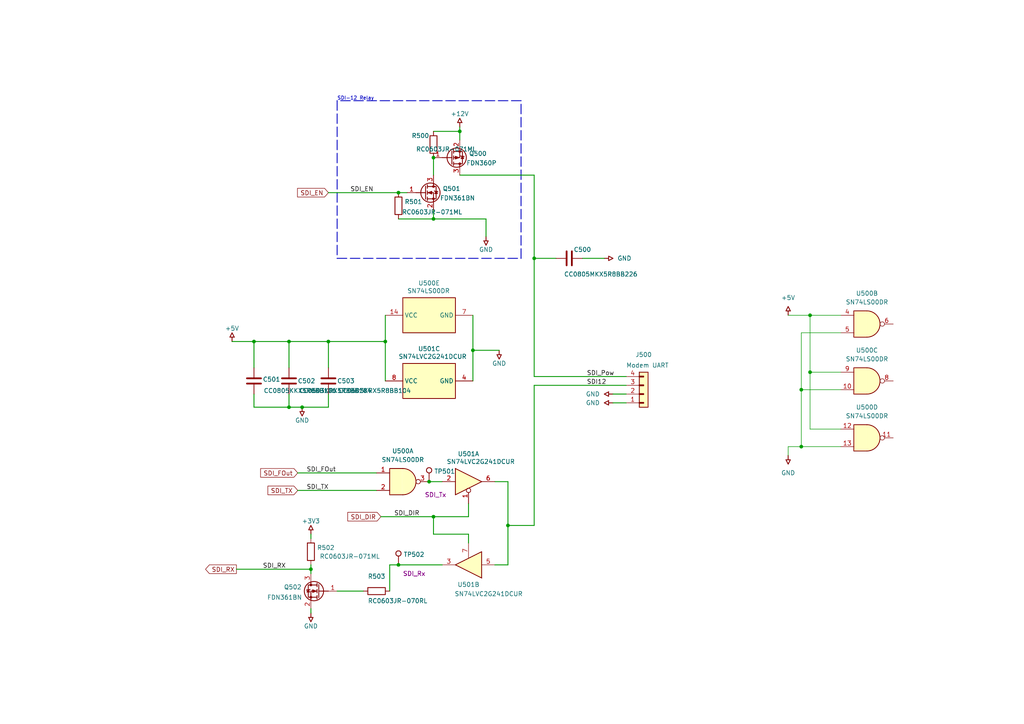
<source format=kicad_sch>
(kicad_sch (version 20211123) (generator eeschema)

  (uuid 5c8014b5-24ec-401a-89bd-4b13390e4663)

  (paper "A4")

  (lib_symbols
    (symbol "74xx:74LS00" (pin_names (offset 1.016)) (in_bom yes) (on_board yes)
      (property "Reference" "U" (id 0) (at 0 1.27 0)
        (effects (font (size 1.27 1.27)))
      )
      (property "Value" "74LS00" (id 1) (at 0 -1.27 0)
        (effects (font (size 1.27 1.27)))
      )
      (property "Footprint" "" (id 2) (at 0 0 0)
        (effects (font (size 1.27 1.27)) hide)
      )
      (property "Datasheet" "http://www.ti.com/lit/gpn/sn74ls00" (id 3) (at 0 0 0)
        (effects (font (size 1.27 1.27)) hide)
      )
      (property "ki_locked" "" (id 4) (at 0 0 0)
        (effects (font (size 1.27 1.27)))
      )
      (property "ki_keywords" "TTL nand 2-input" (id 5) (at 0 0 0)
        (effects (font (size 1.27 1.27)) hide)
      )
      (property "ki_description" "quad 2-input NAND gate" (id 6) (at 0 0 0)
        (effects (font (size 1.27 1.27)) hide)
      )
      (property "ki_fp_filters" "DIP*W7.62mm* SO14*" (id 7) (at 0 0 0)
        (effects (font (size 1.27 1.27)) hide)
      )
      (symbol "74LS00_1_1"
        (arc (start 0 -3.81) (mid 3.81 0) (end 0 3.81)
          (stroke (width 0.254) (type default) (color 0 0 0 0))
          (fill (type background))
        )
        (polyline
          (pts
            (xy 0 3.81)
            (xy -3.81 3.81)
            (xy -3.81 -3.81)
            (xy 0 -3.81)
          )
          (stroke (width 0.254) (type default) (color 0 0 0 0))
          (fill (type background))
        )
        (pin input line (at -7.62 2.54 0) (length 3.81)
          (name "~" (effects (font (size 1.27 1.27))))
          (number "1" (effects (font (size 1.27 1.27))))
        )
        (pin input line (at -7.62 -2.54 0) (length 3.81)
          (name "~" (effects (font (size 1.27 1.27))))
          (number "2" (effects (font (size 1.27 1.27))))
        )
        (pin output inverted (at 7.62 0 180) (length 3.81)
          (name "~" (effects (font (size 1.27 1.27))))
          (number "3" (effects (font (size 1.27 1.27))))
        )
      )
      (symbol "74LS00_1_2"
        (arc (start -3.81 -3.81) (mid -2.589 0) (end -3.81 3.81)
          (stroke (width 0.254) (type default) (color 0 0 0 0))
          (fill (type none))
        )
        (arc (start -0.6096 -3.81) (mid 2.1855 -2.584) (end 3.81 0)
          (stroke (width 0.254) (type default) (color 0 0 0 0))
          (fill (type background))
        )
        (polyline
          (pts
            (xy -3.81 -3.81)
            (xy -0.635 -3.81)
          )
          (stroke (width 0.254) (type default) (color 0 0 0 0))
          (fill (type background))
        )
        (polyline
          (pts
            (xy -3.81 3.81)
            (xy -0.635 3.81)
          )
          (stroke (width 0.254) (type default) (color 0 0 0 0))
          (fill (type background))
        )
        (polyline
          (pts
            (xy -0.635 3.81)
            (xy -3.81 3.81)
            (xy -3.81 3.81)
            (xy -3.556 3.4036)
            (xy -3.0226 2.2606)
            (xy -2.6924 1.0414)
            (xy -2.6162 -0.254)
            (xy -2.7686 -1.4986)
            (xy -3.175 -2.7178)
            (xy -3.81 -3.81)
            (xy -3.81 -3.81)
            (xy -0.635 -3.81)
          )
          (stroke (width -25.4) (type default) (color 0 0 0 0))
          (fill (type background))
        )
        (arc (start 3.81 0) (mid 2.1928 2.5925) (end -0.6096 3.81)
          (stroke (width 0.254) (type default) (color 0 0 0 0))
          (fill (type background))
        )
        (pin input inverted (at -7.62 2.54 0) (length 4.318)
          (name "~" (effects (font (size 1.27 1.27))))
          (number "1" (effects (font (size 1.27 1.27))))
        )
        (pin input inverted (at -7.62 -2.54 0) (length 4.318)
          (name "~" (effects (font (size 1.27 1.27))))
          (number "2" (effects (font (size 1.27 1.27))))
        )
        (pin output line (at 7.62 0 180) (length 3.81)
          (name "~" (effects (font (size 1.27 1.27))))
          (number "3" (effects (font (size 1.27 1.27))))
        )
      )
      (symbol "74LS00_2_1"
        (arc (start 0 -3.81) (mid 3.81 0) (end 0 3.81)
          (stroke (width 0.254) (type default) (color 0 0 0 0))
          (fill (type background))
        )
        (polyline
          (pts
            (xy 0 3.81)
            (xy -3.81 3.81)
            (xy -3.81 -3.81)
            (xy 0 -3.81)
          )
          (stroke (width 0.254) (type default) (color 0 0 0 0))
          (fill (type background))
        )
        (pin input line (at -7.62 2.54 0) (length 3.81)
          (name "~" (effects (font (size 1.27 1.27))))
          (number "4" (effects (font (size 1.27 1.27))))
        )
        (pin input line (at -7.62 -2.54 0) (length 3.81)
          (name "~" (effects (font (size 1.27 1.27))))
          (number "5" (effects (font (size 1.27 1.27))))
        )
        (pin output inverted (at 7.62 0 180) (length 3.81)
          (name "~" (effects (font (size 1.27 1.27))))
          (number "6" (effects (font (size 1.27 1.27))))
        )
      )
      (symbol "74LS00_2_2"
        (arc (start -3.81 -3.81) (mid -2.589 0) (end -3.81 3.81)
          (stroke (width 0.254) (type default) (color 0 0 0 0))
          (fill (type none))
        )
        (arc (start -0.6096 -3.81) (mid 2.1855 -2.584) (end 3.81 0)
          (stroke (width 0.254) (type default) (color 0 0 0 0))
          (fill (type background))
        )
        (polyline
          (pts
            (xy -3.81 -3.81)
            (xy -0.635 -3.81)
          )
          (stroke (width 0.254) (type default) (color 0 0 0 0))
          (fill (type background))
        )
        (polyline
          (pts
            (xy -3.81 3.81)
            (xy -0.635 3.81)
          )
          (stroke (width 0.254) (type default) (color 0 0 0 0))
          (fill (type background))
        )
        (polyline
          (pts
            (xy -0.635 3.81)
            (xy -3.81 3.81)
            (xy -3.81 3.81)
            (xy -3.556 3.4036)
            (xy -3.0226 2.2606)
            (xy -2.6924 1.0414)
            (xy -2.6162 -0.254)
            (xy -2.7686 -1.4986)
            (xy -3.175 -2.7178)
            (xy -3.81 -3.81)
            (xy -3.81 -3.81)
            (xy -0.635 -3.81)
          )
          (stroke (width -25.4) (type default) (color 0 0 0 0))
          (fill (type background))
        )
        (arc (start 3.81 0) (mid 2.1928 2.5925) (end -0.6096 3.81)
          (stroke (width 0.254) (type default) (color 0 0 0 0))
          (fill (type background))
        )
        (pin input inverted (at -7.62 2.54 0) (length 4.318)
          (name "~" (effects (font (size 1.27 1.27))))
          (number "4" (effects (font (size 1.27 1.27))))
        )
        (pin input inverted (at -7.62 -2.54 0) (length 4.318)
          (name "~" (effects (font (size 1.27 1.27))))
          (number "5" (effects (font (size 1.27 1.27))))
        )
        (pin output line (at 7.62 0 180) (length 3.81)
          (name "~" (effects (font (size 1.27 1.27))))
          (number "6" (effects (font (size 1.27 1.27))))
        )
      )
      (symbol "74LS00_3_1"
        (arc (start 0 -3.81) (mid 3.81 0) (end 0 3.81)
          (stroke (width 0.254) (type default) (color 0 0 0 0))
          (fill (type background))
        )
        (polyline
          (pts
            (xy 0 3.81)
            (xy -3.81 3.81)
            (xy -3.81 -3.81)
            (xy 0 -3.81)
          )
          (stroke (width 0.254) (type default) (color 0 0 0 0))
          (fill (type background))
        )
        (pin input line (at -7.62 -2.54 0) (length 3.81)
          (name "~" (effects (font (size 1.27 1.27))))
          (number "10" (effects (font (size 1.27 1.27))))
        )
        (pin output inverted (at 7.62 0 180) (length 3.81)
          (name "~" (effects (font (size 1.27 1.27))))
          (number "8" (effects (font (size 1.27 1.27))))
        )
        (pin input line (at -7.62 2.54 0) (length 3.81)
          (name "~" (effects (font (size 1.27 1.27))))
          (number "9" (effects (font (size 1.27 1.27))))
        )
      )
      (symbol "74LS00_3_2"
        (arc (start -3.81 -3.81) (mid -2.589 0) (end -3.81 3.81)
          (stroke (width 0.254) (type default) (color 0 0 0 0))
          (fill (type none))
        )
        (arc (start -0.6096 -3.81) (mid 2.1855 -2.584) (end 3.81 0)
          (stroke (width 0.254) (type default) (color 0 0 0 0))
          (fill (type background))
        )
        (polyline
          (pts
            (xy -3.81 -3.81)
            (xy -0.635 -3.81)
          )
          (stroke (width 0.254) (type default) (color 0 0 0 0))
          (fill (type background))
        )
        (polyline
          (pts
            (xy -3.81 3.81)
            (xy -0.635 3.81)
          )
          (stroke (width 0.254) (type default) (color 0 0 0 0))
          (fill (type background))
        )
        (polyline
          (pts
            (xy -0.635 3.81)
            (xy -3.81 3.81)
            (xy -3.81 3.81)
            (xy -3.556 3.4036)
            (xy -3.0226 2.2606)
            (xy -2.6924 1.0414)
            (xy -2.6162 -0.254)
            (xy -2.7686 -1.4986)
            (xy -3.175 -2.7178)
            (xy -3.81 -3.81)
            (xy -3.81 -3.81)
            (xy -0.635 -3.81)
          )
          (stroke (width -25.4) (type default) (color 0 0 0 0))
          (fill (type background))
        )
        (arc (start 3.81 0) (mid 2.1928 2.5925) (end -0.6096 3.81)
          (stroke (width 0.254) (type default) (color 0 0 0 0))
          (fill (type background))
        )
        (pin input inverted (at -7.62 -2.54 0) (length 4.318)
          (name "~" (effects (font (size 1.27 1.27))))
          (number "10" (effects (font (size 1.27 1.27))))
        )
        (pin output line (at 7.62 0 180) (length 3.81)
          (name "~" (effects (font (size 1.27 1.27))))
          (number "8" (effects (font (size 1.27 1.27))))
        )
        (pin input inverted (at -7.62 2.54 0) (length 4.318)
          (name "~" (effects (font (size 1.27 1.27))))
          (number "9" (effects (font (size 1.27 1.27))))
        )
      )
      (symbol "74LS00_4_1"
        (arc (start 0 -3.81) (mid 3.81 0) (end 0 3.81)
          (stroke (width 0.254) (type default) (color 0 0 0 0))
          (fill (type background))
        )
        (polyline
          (pts
            (xy 0 3.81)
            (xy -3.81 3.81)
            (xy -3.81 -3.81)
            (xy 0 -3.81)
          )
          (stroke (width 0.254) (type default) (color 0 0 0 0))
          (fill (type background))
        )
        (pin output inverted (at 7.62 0 180) (length 3.81)
          (name "~" (effects (font (size 1.27 1.27))))
          (number "11" (effects (font (size 1.27 1.27))))
        )
        (pin input line (at -7.62 2.54 0) (length 3.81)
          (name "~" (effects (font (size 1.27 1.27))))
          (number "12" (effects (font (size 1.27 1.27))))
        )
        (pin input line (at -7.62 -2.54 0) (length 3.81)
          (name "~" (effects (font (size 1.27 1.27))))
          (number "13" (effects (font (size 1.27 1.27))))
        )
      )
      (symbol "74LS00_4_2"
        (arc (start -3.81 -3.81) (mid -2.589 0) (end -3.81 3.81)
          (stroke (width 0.254) (type default) (color 0 0 0 0))
          (fill (type none))
        )
        (arc (start -0.6096 -3.81) (mid 2.1855 -2.584) (end 3.81 0)
          (stroke (width 0.254) (type default) (color 0 0 0 0))
          (fill (type background))
        )
        (polyline
          (pts
            (xy -3.81 -3.81)
            (xy -0.635 -3.81)
          )
          (stroke (width 0.254) (type default) (color 0 0 0 0))
          (fill (type background))
        )
        (polyline
          (pts
            (xy -3.81 3.81)
            (xy -0.635 3.81)
          )
          (stroke (width 0.254) (type default) (color 0 0 0 0))
          (fill (type background))
        )
        (polyline
          (pts
            (xy -0.635 3.81)
            (xy -3.81 3.81)
            (xy -3.81 3.81)
            (xy -3.556 3.4036)
            (xy -3.0226 2.2606)
            (xy -2.6924 1.0414)
            (xy -2.6162 -0.254)
            (xy -2.7686 -1.4986)
            (xy -3.175 -2.7178)
            (xy -3.81 -3.81)
            (xy -3.81 -3.81)
            (xy -0.635 -3.81)
          )
          (stroke (width -25.4) (type default) (color 0 0 0 0))
          (fill (type background))
        )
        (arc (start 3.81 0) (mid 2.1928 2.5925) (end -0.6096 3.81)
          (stroke (width 0.254) (type default) (color 0 0 0 0))
          (fill (type background))
        )
        (pin output line (at 7.62 0 180) (length 3.81)
          (name "~" (effects (font (size 1.27 1.27))))
          (number "11" (effects (font (size 1.27 1.27))))
        )
        (pin input inverted (at -7.62 2.54 0) (length 4.318)
          (name "~" (effects (font (size 1.27 1.27))))
          (number "12" (effects (font (size 1.27 1.27))))
        )
        (pin input inverted (at -7.62 -2.54 0) (length 4.318)
          (name "~" (effects (font (size 1.27 1.27))))
          (number "13" (effects (font (size 1.27 1.27))))
        )
      )
      (symbol "74LS00_5_0"
        (pin power_in line (at 0 12.7 270) (length 5.08)
          (name "VCC" (effects (font (size 1.27 1.27))))
          (number "14" (effects (font (size 1.27 1.27))))
        )
        (pin power_in line (at 0 -12.7 90) (length 5.08)
          (name "GND" (effects (font (size 1.27 1.27))))
          (number "7" (effects (font (size 1.27 1.27))))
        )
      )
      (symbol "74LS00_5_1"
        (rectangle (start -5.08 7.62) (end 5.08 -7.62)
          (stroke (width 0.254) (type default) (color 0 0 0 0))
          (fill (type background))
        )
      )
    )
    (symbol "main_board-altium-import:+12V" (power) (in_bom yes) (on_board yes)
      (property "Reference" "#PWR" (id 0) (at 0 0 0)
        (effects (font (size 1.27 1.27)))
      )
      (property "Value" "+12V" (id 1) (at 0 3.81 0)
        (effects (font (size 1.27 1.27)))
      )
      (property "Footprint" "" (id 2) (at 0 0 0)
        (effects (font (size 1.27 1.27)) hide)
      )
      (property "Datasheet" "" (id 3) (at 0 0 0)
        (effects (font (size 1.27 1.27)) hide)
      )
      (property "ki_keywords" "power-flag" (id 4) (at 0 0 0)
        (effects (font (size 1.27 1.27)) hide)
      )
      (property "ki_description" "Power symbol creates a global label with name '+12V'" (id 5) (at 0 0 0)
        (effects (font (size 1.27 1.27)) hide)
      )
      (symbol "+12V_0_0"
        (polyline
          (pts
            (xy 0 0)
            (xy 0 -1.27)
          )
          (stroke (width 0.254) (type default) (color 0 0 0 0))
          (fill (type none))
        )
        (polyline
          (pts
            (xy -0.635 -1.27)
            (xy 0.635 -1.27)
            (xy 0 -2.54)
            (xy -0.635 -1.27)
          )
          (stroke (width 0.254) (type default) (color 0 0 0 0))
          (fill (type none))
        )
        (pin power_in line (at 0 0 0) (length 0) hide
          (name "+12V" (effects (font (size 1.27 1.27))))
          (number "" (effects (font (size 1.27 1.27))))
        )
      )
    )
    (symbol "main_board-altium-import:+3V3" (power) (in_bom yes) (on_board yes)
      (property "Reference" "#PWR" (id 0) (at 0 0 0)
        (effects (font (size 1.27 1.27)))
      )
      (property "Value" "+3V3" (id 1) (at 0 3.81 0)
        (effects (font (size 1.27 1.27)))
      )
      (property "Footprint" "" (id 2) (at 0 0 0)
        (effects (font (size 1.27 1.27)) hide)
      )
      (property "Datasheet" "" (id 3) (at 0 0 0)
        (effects (font (size 1.27 1.27)) hide)
      )
      (property "ki_keywords" "power-flag" (id 4) (at 0 0 0)
        (effects (font (size 1.27 1.27)) hide)
      )
      (property "ki_description" "Power symbol creates a global label with name '+3V3'" (id 5) (at 0 0 0)
        (effects (font (size 1.27 1.27)) hide)
      )
      (symbol "+3V3_0_0"
        (polyline
          (pts
            (xy 0 0)
            (xy 0 -1.27)
          )
          (stroke (width 0.254) (type default) (color 0 0 0 0))
          (fill (type none))
        )
        (polyline
          (pts
            (xy -0.635 -1.27)
            (xy 0.635 -1.27)
            (xy 0 -2.54)
            (xy -0.635 -1.27)
          )
          (stroke (width 0.254) (type default) (color 0 0 0 0))
          (fill (type none))
        )
        (pin power_in line (at 0 0 0) (length 0) hide
          (name "+3V3" (effects (font (size 1.27 1.27))))
          (number "" (effects (font (size 1.27 1.27))))
        )
      )
    )
    (symbol "main_board-altium-import:+5V" (power) (in_bom yes) (on_board yes)
      (property "Reference" "#PWR" (id 0) (at 0 0 0)
        (effects (font (size 1.27 1.27)))
      )
      (property "Value" "+5V" (id 1) (at 0 3.81 0)
        (effects (font (size 1.27 1.27)))
      )
      (property "Footprint" "" (id 2) (at 0 0 0)
        (effects (font (size 1.27 1.27)) hide)
      )
      (property "Datasheet" "" (id 3) (at 0 0 0)
        (effects (font (size 1.27 1.27)) hide)
      )
      (property "ki_keywords" "power-flag" (id 4) (at 0 0 0)
        (effects (font (size 1.27 1.27)) hide)
      )
      (property "ki_description" "Power symbol creates a global label with name '+5V'" (id 5) (at 0 0 0)
        (effects (font (size 1.27 1.27)) hide)
      )
      (symbol "+5V_0_0"
        (polyline
          (pts
            (xy 0 0)
            (xy 0 -1.27)
          )
          (stroke (width 0.254) (type default) (color 0 0 0 0))
          (fill (type none))
        )
        (polyline
          (pts
            (xy -0.635 -1.27)
            (xy 0.635 -1.27)
            (xy 0 -2.54)
            (xy -0.635 -1.27)
          )
          (stroke (width 0.254) (type default) (color 0 0 0 0))
          (fill (type none))
        )
        (pin power_in line (at 0 0 0) (length 0) hide
          (name "+5V" (effects (font (size 1.27 1.27))))
          (number "" (effects (font (size 1.27 1.27))))
        )
      )
    )
    (symbol "main_board-altium-import:0_74LVC2G241" (in_bom yes) (on_board yes)
      (property "Reference" "" (id 0) (at 0 0 0)
        (effects (font (size 1.27 1.27)))
      )
      (property "Value" "0_74LVC2G241" (id 1) (at 0 0 0)
        (effects (font (size 1.27 1.27)))
      )
      (property "Footprint" "" (id 2) (at 0 0 0)
        (effects (font (size 1.27 1.27)) hide)
      )
      (property "Datasheet" "" (id 3) (at 0 0 0)
        (effects (font (size 1.27 1.27)) hide)
      )
      (property "ki_fp_filters" "SOP50P320X90-8N" (id 4) (at 0 0 0)
        (effects (font (size 1.27 1.27)) hide)
      )
      (symbol "0_74LVC2G241_1_0"
        (polyline
          (pts
            (xy -3.81 3.81)
            (xy -3.81 -3.81)
            (xy 3.81 0)
            (xy -3.81 3.81)
            (xy -3.81 3.81)
          )
          (stroke (width 0.254) (type default) (color 0 0 0 0))
          (fill (type background))
        )
        (pin passive inverted (at 0 -6.35 90) (length 4.445)
          (name "1" (effects (font (size 0 0))))
          (number "1" (effects (font (size 1.27 1.27))))
        )
        (pin passive line (at -7.62 0 0) (length 3.81)
          (name "2" (effects (font (size 0 0))))
          (number "2" (effects (font (size 1.27 1.27))))
        )
        (pin passive line (at 7.62 0 180) (length 3.81)
          (name "6" (effects (font (size 0 0))))
          (number "6" (effects (font (size 1.27 1.27))))
        )
      )
      (symbol "0_74LVC2G241_2_0"
        (polyline
          (pts
            (xy -3.81 3.81)
            (xy -3.81 -3.81)
            (xy 3.81 0)
            (xy -3.81 3.81)
            (xy -3.81 3.81)
          )
          (stroke (width 0.254) (type default) (color 0 0 0 0))
          (fill (type background))
        )
        (pin passive line (at 7.62 0 180) (length 3.81)
          (name "3" (effects (font (size 0 0))))
          (number "3" (effects (font (size 1.27 1.27))))
        )
        (pin passive line (at -7.62 0 0) (length 3.81)
          (name "5" (effects (font (size 0 0))))
          (number "5" (effects (font (size 1.27 1.27))))
        )
        (pin passive line (at 0 -6.35 90) (length 4.445)
          (name "7" (effects (font (size 0 0))))
          (number "7" (effects (font (size 1.27 1.27))))
        )
      )
      (symbol "0_74LVC2G241_3_0"
        (rectangle (start 5.08 7.62) (end -5.08 -7.62)
          (stroke (width 0.254) (type default) (color 0 0 0 0))
          (fill (type background))
        )
        (pin passive line (at 0 -12.7 90) (length 5.08)
          (name "GND" (effects (font (size 1.27 1.27))))
          (number "4" (effects (font (size 1.27 1.27))))
        )
        (pin passive line (at 0 12.7 270) (length 5.08)
          (name "VCC" (effects (font (size 1.27 1.27))))
          (number "8" (effects (font (size 1.27 1.27))))
        )
      )
    )
    (symbol "main_board-altium-import:0_C" (in_bom yes) (on_board yes)
      (property "Reference" "" (id 0) (at 0 0 0)
        (effects (font (size 1.27 1.27)))
      )
      (property "Value" "0_C" (id 1) (at 0 0 0)
        (effects (font (size 1.27 1.27)))
      )
      (property "Footprint" "" (id 2) (at 0 0 0)
        (effects (font (size 1.27 1.27)) hide)
      )
      (property "Datasheet" "" (id 3) (at 0 0 0)
        (effects (font (size 1.27 1.27)) hide)
      )
      (property "ki_fp_filters" "CAPC1608X80N" (id 4) (at 0 0 0)
        (effects (font (size 1.27 1.27)) hide)
      )
      (symbol "0_C_1_0"
        (polyline
          (pts
            (xy -2.032 -0.762)
            (xy 2.032 -0.762)
          )
          (stroke (width 0.508) (type default) (color 0 0 0 0))
          (fill (type none))
        )
        (polyline
          (pts
            (xy -2.032 0.762)
            (xy 2.032 0.762)
          )
          (stroke (width 0.508) (type default) (color 0 0 0 0))
          (fill (type none))
        )
        (pin passive line (at 0 3.81 270) (length 2.794)
          (name "1" (effects (font (size 0 0))))
          (number "1" (effects (font (size 0 0))))
        )
        (pin passive line (at 0 -3.81 90) (length 2.794)
          (name "2" (effects (font (size 0 0))))
          (number "2" (effects (font (size 0 0))))
        )
      )
    )
    (symbol "main_board-altium-import:0_Q_NMOS_GSD" (in_bom yes) (on_board yes)
      (property "Reference" "" (id 0) (at 0 0 0)
        (effects (font (size 1.27 1.27)))
      )
      (property "Value" "0_Q_NMOS_GSD" (id 1) (at 0 0 0)
        (effects (font (size 1.27 1.27)))
      )
      (property "Footprint" "" (id 2) (at 0 0 0)
        (effects (font (size 1.27 1.27)) hide)
      )
      (property "Datasheet" "" (id 3) (at 0 0 0)
        (effects (font (size 1.27 1.27)) hide)
      )
      (property "ki_fp_filters" "SOT95P240X110_231_SUPER-3N" (id 4) (at 0 0 0)
        (effects (font (size 1.27 1.27)) hide)
      )
      (symbol "0_Q_NMOS_GSD_1_0"
        (polyline
          (pts
            (xy 0.254 0)
            (xy -2.54 0)
          )
          (stroke (width 0.254) (type default) (color 0 0 0 0))
          (fill (type none))
        )
        (polyline
          (pts
            (xy 0.254 1.905)
            (xy 0.254 -1.905)
          )
          (stroke (width 0.254) (type default) (color 0 0 0 0))
          (fill (type none))
        )
        (polyline
          (pts
            (xy 0.762 -1.27)
            (xy 0.762 -2.286)
          )
          (stroke (width 0.254) (type default) (color 0 0 0 0))
          (fill (type none))
        )
        (polyline
          (pts
            (xy 0.762 0.508)
            (xy 0.762 -0.508)
          )
          (stroke (width 0.254) (type default) (color 0 0 0 0))
          (fill (type none))
        )
        (polyline
          (pts
            (xy 0.762 2.286)
            (xy 0.762 1.27)
          )
          (stroke (width 0.254) (type default) (color 0 0 0 0))
          (fill (type none))
        )
        (polyline
          (pts
            (xy 2.54 2.54)
            (xy 2.54 1.778)
          )
          (stroke (width 0.254) (type default) (color 0 0 0 0))
          (fill (type none))
        )
        (polyline
          (pts
            (xy 2.54 -2.54)
            (xy 2.54 0)
            (xy 0.762 0)
          )
          (stroke (width 0.254) (type default) (color 0 0 0 0))
          (fill (type none))
        )
        (polyline
          (pts
            (xy 0.762 -1.778)
            (xy 3.302 -1.778)
            (xy 3.302 1.778)
            (xy 0.762 1.778)
          )
          (stroke (width 0.254) (type default) (color 0 0 0 0))
          (fill (type none))
        )
        (polyline
          (pts
            (xy 2.794 0.508)
            (xy 2.921 0.381)
            (xy 3.683 0.381)
            (xy 3.81 0.254)
          )
          (stroke (width 0.254) (type default) (color 0 0 0 0))
          (fill (type none))
        )
        (polyline
          (pts
            (xy 3.302 0.381)
            (xy 2.921 -0.254)
            (xy 3.683 -0.254)
            (xy 3.302 0.381)
          )
          (stroke (width 0.254) (type default) (color 0 0 0 0))
          (fill (type none))
        )
        (polyline
          (pts
            (xy 1.016 0)
            (xy 2.032 0.381)
            (xy 2.032 -0.381)
            (xy 1.016 0)
            (xy 1.016 0)
          )
          (stroke (width 0.254) (type default) (color 0 0 0 0))
          (fill (type outline))
        )
        (circle (center 1.651 0) (radius 2.794)
          (stroke (width 0.254) (type default) (color 0 0 0 0))
          (fill (type none))
        )
        (circle (center 2.54 -1.778) (radius 0.254)
          (stroke (width 0.254) (type default) (color 0 0 0 0))
          (fill (type none))
        )
        (circle (center 2.54 1.778) (radius 0.254)
          (stroke (width 0.254) (type default) (color 0 0 0 0))
          (fill (type none))
        )
        (pin passive line (at -5.08 0 0) (length 2.54)
          (name "G" (effects (font (size 0 0))))
          (number "1" (effects (font (size 1.27 1.27))))
        )
        (pin passive line (at 2.54 -5.08 90) (length 2.54)
          (name "S" (effects (font (size 0 0))))
          (number "2" (effects (font (size 1.27 1.27))))
        )
        (pin passive line (at 2.54 5.08 270) (length 2.54)
          (name "D" (effects (font (size 0 0))))
          (number "3" (effects (font (size 1.27 1.27))))
        )
      )
    )
    (symbol "main_board-altium-import:0_R" (in_bom yes) (on_board yes)
      (property "Reference" "" (id 0) (at 0 0 0)
        (effects (font (size 1.27 1.27)))
      )
      (property "Value" "0_R" (id 1) (at 0 0 0)
        (effects (font (size 1.27 1.27)))
      )
      (property "Footprint" "" (id 2) (at 0 0 0)
        (effects (font (size 1.27 1.27)) hide)
      )
      (property "Datasheet" "" (id 3) (at 0 0 0)
        (effects (font (size 1.27 1.27)) hide)
      )
      (property "ki_fp_filters" "RESC1608X50N" (id 4) (at 0 0 0)
        (effects (font (size 1.27 1.27)) hide)
      )
      (symbol "0_R_1_0"
        (rectangle (start 1.016 2.54) (end -1.016 -2.54)
          (stroke (width 0.254) (type default) (color 0 0 0 0))
          (fill (type none))
        )
        (pin passive line (at 0 3.81 270) (length 1.27)
          (name "1" (effects (font (size 0 0))))
          (number "1" (effects (font (size 0 0))))
        )
        (pin passive line (at 0 -3.81 90) (length 1.27)
          (name "2" (effects (font (size 0 0))))
          (number "2" (effects (font (size 0 0))))
        )
      )
    )
    (symbol "main_board-altium-import:0_TestPoint" (in_bom yes) (on_board yes)
      (property "Reference" "" (id 0) (at 0 0 0)
        (effects (font (size 1.27 1.27)))
      )
      (property "Value" "0_TestPoint" (id 1) (at 0 0 0)
        (effects (font (size 1.27 1.27)))
      )
      (property "Footprint" "" (id 2) (at 0 0 0)
        (effects (font (size 1.27 1.27)) hide)
      )
      (property "Datasheet" "" (id 3) (at 0 0 0)
        (effects (font (size 1.27 1.27)) hide)
      )
      (property "ki_fp_filters" "TP150" (id 4) (at 0 0 0)
        (effects (font (size 1.27 1.27)) hide)
      )
      (symbol "0_TestPoint_1_0"
        (circle (center 0 3.302) (radius 0.762)
          (stroke (width 0.254) (type default) (color 0 0 0 0))
          (fill (type none))
        )
        (pin passive line (at 0 0 90) (length 2.54)
          (name "1" (effects (font (size 0 0))))
          (number "1" (effects (font (size 0 0))))
        )
      )
    )
    (symbol "main_board-altium-import:0_mirrored_Q_NMOS_GSD" (in_bom yes) (on_board yes)
      (property "Reference" "" (id 0) (at 0 0 0)
        (effects (font (size 1.27 1.27)))
      )
      (property "Value" "0_mirrored_Q_NMOS_GSD" (id 1) (at 0 0 0)
        (effects (font (size 1.27 1.27)))
      )
      (property "Footprint" "" (id 2) (at 0 0 0)
        (effects (font (size 1.27 1.27)) hide)
      )
      (property "Datasheet" "" (id 3) (at 0 0 0)
        (effects (font (size 1.27 1.27)) hide)
      )
      (property "ki_fp_filters" "SOT95P240X110_231_SUPER-3N" (id 4) (at 0 0 0)
        (effects (font (size 1.27 1.27)) hide)
      )
      (symbol "0_mirrored_Q_NMOS_GSD_1_0"
        (circle (center -2.54 -1.778) (radius 0.254)
          (stroke (width 0.254) (type default) (color 0 0 0 0))
          (fill (type none))
        )
        (circle (center -2.54 1.778) (radius 0.254)
          (stroke (width 0.254) (type default) (color 0 0 0 0))
          (fill (type none))
        )
        (circle (center -1.651 0) (radius 2.794)
          (stroke (width 0.254) (type default) (color 0 0 0 0))
          (fill (type none))
        )
        (polyline
          (pts
            (xy -2.54 2.54)
            (xy -2.54 1.778)
          )
          (stroke (width 0.254) (type default) (color 0 0 0 0))
          (fill (type none))
        )
        (polyline
          (pts
            (xy -0.762 -1.27)
            (xy -0.762 -2.286)
          )
          (stroke (width 0.254) (type default) (color 0 0 0 0))
          (fill (type none))
        )
        (polyline
          (pts
            (xy -0.762 0.508)
            (xy -0.762 -0.508)
          )
          (stroke (width 0.254) (type default) (color 0 0 0 0))
          (fill (type none))
        )
        (polyline
          (pts
            (xy -0.762 2.286)
            (xy -0.762 1.27)
          )
          (stroke (width 0.254) (type default) (color 0 0 0 0))
          (fill (type none))
        )
        (polyline
          (pts
            (xy -0.254 0)
            (xy 2.54 0)
          )
          (stroke (width 0.254) (type default) (color 0 0 0 0))
          (fill (type none))
        )
        (polyline
          (pts
            (xy -0.254 1.905)
            (xy -0.254 -1.905)
          )
          (stroke (width 0.254) (type default) (color 0 0 0 0))
          (fill (type none))
        )
        (polyline
          (pts
            (xy -2.54 -2.54)
            (xy -2.54 0)
            (xy -0.762 0)
          )
          (stroke (width 0.254) (type default) (color 0 0 0 0))
          (fill (type none))
        )
        (polyline
          (pts
            (xy -3.302 0.381)
            (xy -2.921 -0.254)
            (xy -3.683 -0.254)
            (xy -3.302 0.381)
          )
          (stroke (width 0.254) (type default) (color 0 0 0 0))
          (fill (type none))
        )
        (polyline
          (pts
            (xy -2.794 0.508)
            (xy -2.921 0.381)
            (xy -3.683 0.381)
            (xy -3.81 0.254)
          )
          (stroke (width 0.254) (type default) (color 0 0 0 0))
          (fill (type none))
        )
        (polyline
          (pts
            (xy -0.762 -1.778)
            (xy -3.302 -1.778)
            (xy -3.302 1.778)
            (xy -0.762 1.778)
          )
          (stroke (width 0.254) (type default) (color 0 0 0 0))
          (fill (type none))
        )
        (polyline
          (pts
            (xy -1.016 0)
            (xy -2.032 0.381)
            (xy -2.032 -0.381)
            (xy -1.016 0)
            (xy -1.016 0)
          )
          (stroke (width 0.254) (type default) (color 0 0 0 0))
          (fill (type outline))
        )
        (pin passive line (at 5.08 0 180) (length 2.54)
          (name "G" (effects (font (size 0 0))))
          (number "1" (effects (font (size 1.27 1.27))))
        )
        (pin passive line (at -2.54 -5.08 90) (length 2.54)
          (name "S" (effects (font (size 0 0))))
          (number "2" (effects (font (size 1.27 1.27))))
        )
        (pin passive line (at -2.54 5.08 270) (length 2.54)
          (name "D" (effects (font (size 0 0))))
          (number "3" (effects (font (size 1.27 1.27))))
        )
      )
    )
    (symbol "main_board-altium-import:2_74LVC2G241" (in_bom yes) (on_board yes)
      (property "Reference" "" (id 0) (at 0 0 0)
        (effects (font (size 1.27 1.27)))
      )
      (property "Value" "2_74LVC2G241" (id 1) (at 0 0 0)
        (effects (font (size 1.27 1.27)))
      )
      (property "Footprint" "" (id 2) (at 0 0 0)
        (effects (font (size 1.27 1.27)) hide)
      )
      (property "Datasheet" "" (id 3) (at 0 0 0)
        (effects (font (size 1.27 1.27)) hide)
      )
      (property "ki_fp_filters" "SOP50P320X90-8N" (id 4) (at 0 0 0)
        (effects (font (size 1.27 1.27)) hide)
      )
      (symbol "2_74LVC2G241_1_0"
        (polyline
          (pts
            (xy 3.81 -3.81)
            (xy 3.81 3.81)
            (xy -3.81 0)
            (xy 3.81 -3.81)
            (xy 3.81 -3.81)
          )
          (stroke (width 0.254) (type default) (color 0 0 0 0))
          (fill (type background))
        )
        (pin passive inverted (at 0 6.35 270) (length 4.445)
          (name "1" (effects (font (size 0 0))))
          (number "1" (effects (font (size 1.27 1.27))))
        )
        (pin passive line (at 7.62 0 180) (length 3.81)
          (name "2" (effects (font (size 0 0))))
          (number "2" (effects (font (size 1.27 1.27))))
        )
        (pin passive line (at -7.62 0 0) (length 3.81)
          (name "6" (effects (font (size 0 0))))
          (number "6" (effects (font (size 1.27 1.27))))
        )
      )
      (symbol "2_74LVC2G241_2_0"
        (polyline
          (pts
            (xy 3.81 -3.81)
            (xy 3.81 3.81)
            (xy -3.81 0)
            (xy 3.81 -3.81)
            (xy 3.81 -3.81)
          )
          (stroke (width 0.254) (type default) (color 0 0 0 0))
          (fill (type background))
        )
        (pin passive line (at -7.62 0 0) (length 3.81)
          (name "3" (effects (font (size 0 0))))
          (number "3" (effects (font (size 1.27 1.27))))
        )
        (pin passive line (at 7.62 0 180) (length 3.81)
          (name "5" (effects (font (size 0 0))))
          (number "5" (effects (font (size 1.27 1.27))))
        )
        (pin passive line (at 0 6.35 270) (length 4.445)
          (name "7" (effects (font (size 0 0))))
          (number "7" (effects (font (size 1.27 1.27))))
        )
      )
      (symbol "2_74LVC2G241_3_0"
        (rectangle (start 5.08 7.62) (end -5.08 -7.62)
          (stroke (width 0.254) (type default) (color 0 0 0 0))
          (fill (type background))
        )
        (pin passive line (at 0 12.7 270) (length 5.08)
          (name "GND" (effects (font (size 1.27 1.27))))
          (number "4" (effects (font (size 1.27 1.27))))
        )
        (pin passive line (at 0 -12.7 90) (length 5.08)
          (name "VCC" (effects (font (size 1.27 1.27))))
          (number "8" (effects (font (size 1.27 1.27))))
        )
      )
    )
    (symbol "main_board-altium-import:2_mirrored_Conn_01x04" (in_bom yes) (on_board yes)
      (property "Reference" "" (id 0) (at 0 0 0)
        (effects (font (size 1.27 1.27)))
      )
      (property "Value" "2_mirrored_Conn_01x04" (id 1) (at 0 0 0)
        (effects (font (size 1.27 1.27)))
      )
      (property "Footprint" "" (id 2) (at 0 0 0)
        (effects (font (size 1.27 1.27)) hide)
      )
      (property "Datasheet" "" (id 3) (at 0 0 0)
        (effects (font (size 1.27 1.27)) hide)
      )
      (property "ki_fp_filters" "CON_691508110304_SM" (id 4) (at 0 0 0)
        (effects (font (size 1.27 1.27)) hide)
      )
      (symbol "2_mirrored_Conn_01x04_1_0"
        (rectangle (start 0 -2.413) (end -1.27 -2.667)
          (stroke (width 0.254) (type default) (color 0 0 0 0))
          (fill (type none))
        )
        (rectangle (start 0 0.127) (end -1.27 -0.127)
          (stroke (width 0.254) (type default) (color 0 0 0 0))
          (fill (type none))
        )
        (rectangle (start 0 2.667) (end -1.27 2.413)
          (stroke (width 0.254) (type default) (color 0 0 0 0))
          (fill (type none))
        )
        (rectangle (start 0 5.207) (end -1.27 4.953)
          (stroke (width 0.254) (type default) (color 0 0 0 0))
          (fill (type none))
        )
        (rectangle (start 1.27 6.35) (end -1.27 -3.81)
          (stroke (width 0.254) (type default) (color 0 0 0 0))
          (fill (type background))
        )
        (pin passive line (at -5.08 -2.54 0) (length 3.81)
          (name "Pin_1" (effects (font (size 0 0))))
          (number "1" (effects (font (size 1.27 1.27))))
        )
        (pin passive line (at -5.08 0 0) (length 3.81)
          (name "Pin_2" (effects (font (size 0 0))))
          (number "2" (effects (font (size 1.27 1.27))))
        )
        (pin passive line (at -5.08 2.54 0) (length 3.81)
          (name "Pin_3" (effects (font (size 0 0))))
          (number "3" (effects (font (size 1.27 1.27))))
        )
        (pin passive line (at -5.08 5.08 0) (length 3.81)
          (name "Pin_4" (effects (font (size 0 0))))
          (number "4" (effects (font (size 1.27 1.27))))
        )
      )
    )
    (symbol "main_board-altium-import:2_mirrored_Q_PMOS_GSD" (in_bom yes) (on_board yes)
      (property "Reference" "" (id 0) (at 0 0 0)
        (effects (font (size 1.27 1.27)))
      )
      (property "Value" "2_mirrored_Q_PMOS_GSD" (id 1) (at 0 0 0)
        (effects (font (size 1.27 1.27)))
      )
      (property "Footprint" "" (id 2) (at 0 0 0)
        (effects (font (size 1.27 1.27)) hide)
      )
      (property "Datasheet" "" (id 3) (at 0 0 0)
        (effects (font (size 1.27 1.27)) hide)
      )
      (property "ki_fp_filters" "SOT95P240X110_123_SUPER-3N" (id 4) (at 0 0 0)
        (effects (font (size 1.27 1.27)) hide)
      )
      (symbol "2_mirrored_Q_PMOS_GSD_1_0"
        (polyline
          (pts
            (xy 0.254 -1.905)
            (xy 0.254 1.905)
          )
          (stroke (width 0.254) (type default) (color 0 0 0 0))
          (fill (type none))
        )
        (polyline
          (pts
            (xy 0.254 0)
            (xy -2.54 0)
          )
          (stroke (width 0.254) (type default) (color 0 0 0 0))
          (fill (type none))
        )
        (polyline
          (pts
            (xy 0.762 -2.286)
            (xy 0.762 -1.27)
          )
          (stroke (width 0.254) (type default) (color 0 0 0 0))
          (fill (type none))
        )
        (polyline
          (pts
            (xy 0.762 -0.508)
            (xy 0.762 0.508)
          )
          (stroke (width 0.254) (type default) (color 0 0 0 0))
          (fill (type none))
        )
        (polyline
          (pts
            (xy 0.762 1.27)
            (xy 0.762 2.286)
          )
          (stroke (width 0.254) (type default) (color 0 0 0 0))
          (fill (type none))
        )
        (polyline
          (pts
            (xy 2.54 -2.54)
            (xy 2.54 -1.778)
          )
          (stroke (width 0.254) (type default) (color 0 0 0 0))
          (fill (type none))
        )
        (polyline
          (pts
            (xy 2.54 2.54)
            (xy 2.54 0)
            (xy 0.762 0)
          )
          (stroke (width 0.254) (type default) (color 0 0 0 0))
          (fill (type none))
        )
        (polyline
          (pts
            (xy 0.762 -1.778)
            (xy 3.302 -1.778)
            (xy 3.302 1.778)
            (xy 0.762 1.778)
          )
          (stroke (width 0.254) (type default) (color 0 0 0 0))
          (fill (type none))
        )
        (polyline
          (pts
            (xy 2.794 0.508)
            (xy 2.921 0.381)
            (xy 3.683 0.381)
            (xy 3.81 0.254)
          )
          (stroke (width 0.254) (type default) (color 0 0 0 0))
          (fill (type none))
        )
        (polyline
          (pts
            (xy 3.302 0.381)
            (xy 2.921 -0.254)
            (xy 3.683 -0.254)
            (xy 3.302 0.381)
          )
          (stroke (width 0.254) (type default) (color 0 0 0 0))
          (fill (type none))
        )
        (polyline
          (pts
            (xy 2.286 0)
            (xy 1.27 -0.381)
            (xy 1.27 0.381)
            (xy 2.286 0)
            (xy 2.286 0)
          )
          (stroke (width 0.254) (type default) (color 0 0 0 0))
          (fill (type outline))
        )
        (circle (center 1.651 0) (radius 2.794)
          (stroke (width 0.254) (type default) (color 0 0 0 0))
          (fill (type none))
        )
        (circle (center 2.54 -1.778) (radius 0.254)
          (stroke (width 0.254) (type default) (color 0 0 0 0))
          (fill (type none))
        )
        (circle (center 2.54 1.778) (radius 0.254)
          (stroke (width 0.254) (type default) (color 0 0 0 0))
          (fill (type none))
        )
        (pin passive line (at -5.08 0 0) (length 2.54)
          (name "G" (effects (font (size 0 0))))
          (number "1" (effects (font (size 1.27 1.27))))
        )
        (pin passive line (at 2.54 5.08 270) (length 2.54)
          (name "S" (effects (font (size 0 0))))
          (number "2" (effects (font (size 1.27 1.27))))
        )
        (pin passive line (at 2.54 -5.08 90) (length 2.54)
          (name "D" (effects (font (size 0 0))))
          (number "3" (effects (font (size 1.27 1.27))))
        )
      )
    )
    (symbol "main_board-altium-import:3_C" (in_bom yes) (on_board yes)
      (property "Reference" "" (id 0) (at 0 0 0)
        (effects (font (size 1.27 1.27)))
      )
      (property "Value" "3_C" (id 1) (at 0 0 0)
        (effects (font (size 1.27 1.27)))
      )
      (property "Footprint" "" (id 2) (at 0 0 0)
        (effects (font (size 1.27 1.27)) hide)
      )
      (property "Datasheet" "" (id 3) (at 0 0 0)
        (effects (font (size 1.27 1.27)) hide)
      )
      (property "ki_fp_filters" "CAPC2012X90N" (id 4) (at 0 0 0)
        (effects (font (size 1.27 1.27)) hide)
      )
      (symbol "3_C_1_0"
        (polyline
          (pts
            (xy -0.762 2.032)
            (xy -0.762 -2.032)
          )
          (stroke (width 0.508) (type default) (color 0 0 0 0))
          (fill (type none))
        )
        (polyline
          (pts
            (xy 0.762 2.032)
            (xy 0.762 -2.032)
          )
          (stroke (width 0.508) (type default) (color 0 0 0 0))
          (fill (type none))
        )
        (pin passive line (at 3.81 0 180) (length 2.794)
          (name "1" (effects (font (size 0 0))))
          (number "1" (effects (font (size 0 0))))
        )
        (pin passive line (at -3.81 0 0) (length 2.794)
          (name "2" (effects (font (size 0 0))))
          (number "2" (effects (font (size 0 0))))
        )
      )
    )
    (symbol "main_board-altium-import:3_R" (in_bom yes) (on_board yes)
      (property "Reference" "" (id 0) (at 0 0 0)
        (effects (font (size 1.27 1.27)))
      )
      (property "Value" "3_R" (id 1) (at 0 0 0)
        (effects (font (size 1.27 1.27)))
      )
      (property "Footprint" "" (id 2) (at 0 0 0)
        (effects (font (size 1.27 1.27)) hide)
      )
      (property "Datasheet" "" (id 3) (at 0 0 0)
        (effects (font (size 1.27 1.27)) hide)
      )
      (property "ki_fp_filters" "RESC1608X50N" (id 4) (at 0 0 0)
        (effects (font (size 1.27 1.27)) hide)
      )
      (symbol "3_R_1_0"
        (rectangle (start 2.54 1.016) (end -2.54 -1.016)
          (stroke (width 0.254) (type default) (color 0 0 0 0))
          (fill (type none))
        )
        (pin passive line (at 3.81 0 180) (length 1.27)
          (name "1" (effects (font (size 0 0))))
          (number "1" (effects (font (size 0 0))))
        )
        (pin passive line (at -3.81 0 0) (length 1.27)
          (name "2" (effects (font (size 0 0))))
          (number "2" (effects (font (size 0 0))))
        )
      )
    )
    (symbol "main_board-altium-import:3_mirrored_74LS00" (in_bom yes) (on_board yes)
      (property "Reference" "" (id 0) (at 0 0 0)
        (effects (font (size 1.27 1.27)))
      )
      (property "Value" "3_mirrored_74LS00" (id 1) (at 0 0 0)
        (effects (font (size 1.27 1.27)))
      )
      (property "Footprint" "" (id 2) (at 0 0 0)
        (effects (font (size 1.27 1.27)) hide)
      )
      (property "Datasheet" "" (id 3) (at 0 0 0)
        (effects (font (size 1.27 1.27)) hide)
      )
      (property "ki_fp_filters" "SOIC127P600X175-14N" (id 4) (at 0 0 0)
        (effects (font (size 1.27 1.27)) hide)
      )
      (symbol "3_mirrored_74LS00_1_0"
        (arc (start -3.81 -0.0066) (mid 0 -3.81) (end 3.81 -0.0066)
          (stroke (width 0.254) (type default) (color 0 0 0 0))
          (fill (type none))
        )
        (polyline
          (pts
            (xy -3.81 0)
            (xy -3.81 3.81)
            (xy 3.81 3.81)
            (xy 3.81 0)
            (xy -3.81 0)
          )
          (stroke (width 0.254) (type default) (color 0 0 0 0))
          (fill (type background))
        )
        (polyline
          (pts
            (xy 0 0)
            (xy 3.8099 -0.0067)
            (xy 3.6251 1.1722)
            (xy 3.0846 2.2362)
            (xy 2.2416 3.0807)
            (xy 1.1786 3.6231)
            (xy 0 3.81)
            (xy -1.1787 3.6231)
            (xy -2.2417 3.0807)
            (xy -3.0847 2.2362)
            (xy -3.6252 1.1722)
            (xy -3.81 -0.0067)
            (xy 0 0)
            (xy 0 0)
          )
          (stroke (width 0) (type default) (color 0 0 0 0))
          (fill (type outline))
        )
        (pin passive line (at -2.54 7.62 270) (length 3.81)
          (name "1" (effects (font (size 0 0))))
          (number "1" (effects (font (size 1.27 1.27))))
        )
        (pin passive line (at 2.54 7.62 270) (length 3.81)
          (name "2" (effects (font (size 0 0))))
          (number "2" (effects (font (size 1.27 1.27))))
        )
        (pin passive inverted (at 0 -7.62 90) (length 3.81)
          (name "3" (effects (font (size 0 0))))
          (number "3" (effects (font (size 1.27 1.27))))
        )
      )
      (symbol "3_mirrored_74LS00_2_0"
        (arc (start -3.81 -0.0066) (mid 0 -3.81) (end 3.81 -0.0066)
          (stroke (width 0.254) (type default) (color 0 0 0 0))
          (fill (type none))
        )
        (polyline
          (pts
            (xy -3.81 0)
            (xy -3.81 3.81)
            (xy 3.81 3.81)
            (xy 3.81 0)
            (xy -3.81 0)
          )
          (stroke (width 0.254) (type default) (color 0 0 0 0))
          (fill (type background))
        )
        (polyline
          (pts
            (xy 0 0)
            (xy 3.8099 -0.0067)
            (xy 3.6251 1.1722)
            (xy 3.0846 2.2362)
            (xy 2.2416 3.0807)
            (xy 1.1786 3.6231)
            (xy 0 3.81)
            (xy -1.1787 3.6231)
            (xy -2.2417 3.0807)
            (xy -3.0847 2.2362)
            (xy -3.6252 1.1722)
            (xy -3.81 -0.0067)
            (xy 0 0)
            (xy 0 0)
          )
          (stroke (width 0) (type default) (color 0 0 0 0))
          (fill (type outline))
        )
        (pin passive line (at -2.54 7.62 270) (length 3.81)
          (name "4" (effects (font (size 0 0))))
          (number "4" (effects (font (size 1.27 1.27))))
        )
        (pin passive line (at 2.54 7.62 270) (length 3.81)
          (name "5" (effects (font (size 0 0))))
          (number "5" (effects (font (size 1.27 1.27))))
        )
        (pin passive inverted (at 0 -7.62 90) (length 3.81)
          (name "6" (effects (font (size 0 0))))
          (number "6" (effects (font (size 1.27 1.27))))
        )
      )
      (symbol "3_mirrored_74LS00_3_0"
        (arc (start -3.81 -0.0066) (mid 0 -3.81) (end 3.81 -0.0066)
          (stroke (width 0.254) (type default) (color 0 0 0 0))
          (fill (type none))
        )
        (polyline
          (pts
            (xy -3.81 0)
            (xy -3.81 3.81)
            (xy 3.81 3.81)
            (xy 3.81 0)
            (xy -3.81 0)
          )
          (stroke (width 0.254) (type default) (color 0 0 0 0))
          (fill (type background))
        )
        (polyline
          (pts
            (xy 0 0)
            (xy 3.8099 -0.0067)
            (xy 3.6251 1.1722)
            (xy 3.0846 2.2362)
            (xy 2.2416 3.0807)
            (xy 1.1786 3.6231)
            (xy 0 3.81)
            (xy -1.1787 3.6231)
            (xy -2.2417 3.0807)
            (xy -3.0847 2.2362)
            (xy -3.6252 1.1722)
            (xy -3.81 -0.0067)
            (xy 0 0)
            (xy 0 0)
          )
          (stroke (width 0) (type default) (color 0 0 0 0))
          (fill (type outline))
        )
        (pin passive line (at 2.54 7.62 270) (length 3.81)
          (name "10" (effects (font (size 0 0))))
          (number "10" (effects (font (size 1.27 1.27))))
        )
        (pin passive inverted (at 0 -7.62 90) (length 3.81)
          (name "8" (effects (font (size 0 0))))
          (number "8" (effects (font (size 1.27 1.27))))
        )
        (pin passive line (at -2.54 7.62 270) (length 3.81)
          (name "9" (effects (font (size 0 0))))
          (number "9" (effects (font (size 1.27 1.27))))
        )
      )
      (symbol "3_mirrored_74LS00_4_0"
        (arc (start -3.81 -0.0066) (mid 0 -3.81) (end 3.81 -0.0066)
          (stroke (width 0.254) (type default) (color 0 0 0 0))
          (fill (type none))
        )
        (polyline
          (pts
            (xy -3.81 0)
            (xy -3.81 3.81)
            (xy 3.81 3.81)
            (xy 3.81 0)
            (xy -3.81 0)
          )
          (stroke (width 0.254) (type default) (color 0 0 0 0))
          (fill (type background))
        )
        (polyline
          (pts
            (xy 0 0)
            (xy 3.8099 -0.0067)
            (xy 3.6251 1.1722)
            (xy 3.0846 2.2362)
            (xy 2.2416 3.0807)
            (xy 1.1786 3.6231)
            (xy 0 3.81)
            (xy -1.1787 3.6231)
            (xy -2.2417 3.0807)
            (xy -3.0847 2.2362)
            (xy -3.6252 1.1722)
            (xy -3.81 -0.0067)
            (xy 0 0)
            (xy 0 0)
          )
          (stroke (width 0) (type default) (color 0 0 0 0))
          (fill (type outline))
        )
        (pin passive inverted (at 0 -7.62 90) (length 3.81)
          (name "11" (effects (font (size 0 0))))
          (number "11" (effects (font (size 1.27 1.27))))
        )
        (pin passive line (at -2.54 7.62 270) (length 3.81)
          (name "12" (effects (font (size 0 0))))
          (number "12" (effects (font (size 1.27 1.27))))
        )
        (pin passive line (at 2.54 7.62 270) (length 3.81)
          (name "13" (effects (font (size 0 0))))
          (number "13" (effects (font (size 1.27 1.27))))
        )
      )
      (symbol "3_mirrored_74LS00_5_0"
        (rectangle (start 7.62 5.08) (end -7.62 -5.08)
          (stroke (width 0.254) (type default) (color 0 0 0 0))
          (fill (type background))
        )
        (pin passive line (at -12.7 0 0) (length 5.08)
          (name "VCC" (effects (font (size 1.27 1.27))))
          (number "14" (effects (font (size 1.27 1.27))))
        )
        (pin passive line (at 12.7 0 180) (length 5.08)
          (name "GND" (effects (font (size 1.27 1.27))))
          (number "7" (effects (font (size 1.27 1.27))))
        )
      )
    )
    (symbol "main_board-altium-import:3_mirrored_74LVC2G241" (in_bom yes) (on_board yes)
      (property "Reference" "" (id 0) (at 0 0 0)
        (effects (font (size 1.27 1.27)))
      )
      (property "Value" "3_mirrored_74LVC2G241" (id 1) (at 0 0 0)
        (effects (font (size 1.27 1.27)))
      )
      (property "Footprint" "" (id 2) (at 0 0 0)
        (effects (font (size 1.27 1.27)) hide)
      )
      (property "Datasheet" "" (id 3) (at 0 0 0)
        (effects (font (size 1.27 1.27)) hide)
      )
      (property "ki_fp_filters" "SOP50P320X90-8N" (id 4) (at 0 0 0)
        (effects (font (size 1.27 1.27)) hide)
      )
      (symbol "3_mirrored_74LVC2G241_1_0"
        (polyline
          (pts
            (xy -3.81 3.81)
            (xy 3.81 3.81)
            (xy 0 -3.81)
            (xy -3.81 3.81)
            (xy -3.81 3.81)
          )
          (stroke (width 0.254) (type default) (color 0 0 0 0))
          (fill (type background))
        )
        (pin passive inverted (at 6.35 0 180) (length 4.445)
          (name "1" (effects (font (size 0 0))))
          (number "1" (effects (font (size 1.27 1.27))))
        )
        (pin passive line (at 0 7.62 270) (length 3.81)
          (name "2" (effects (font (size 0 0))))
          (number "2" (effects (font (size 1.27 1.27))))
        )
        (pin passive line (at 0 -7.62 90) (length 3.81)
          (name "6" (effects (font (size 0 0))))
          (number "6" (effects (font (size 1.27 1.27))))
        )
      )
      (symbol "3_mirrored_74LVC2G241_2_0"
        (polyline
          (pts
            (xy -3.81 3.81)
            (xy 3.81 3.81)
            (xy 0 -3.81)
            (xy -3.81 3.81)
            (xy -3.81 3.81)
          )
          (stroke (width 0.254) (type default) (color 0 0 0 0))
          (fill (type background))
        )
        (pin passive line (at 0 -7.62 90) (length 3.81)
          (name "3" (effects (font (size 0 0))))
          (number "3" (effects (font (size 1.27 1.27))))
        )
        (pin passive line (at 0 7.62 270) (length 3.81)
          (name "5" (effects (font (size 0 0))))
          (number "5" (effects (font (size 1.27 1.27))))
        )
        (pin passive line (at 6.35 0 180) (length 4.445)
          (name "7" (effects (font (size 0 0))))
          (number "7" (effects (font (size 1.27 1.27))))
        )
      )
      (symbol "3_mirrored_74LVC2G241_3_0"
        (rectangle (start 7.62 5.08) (end -7.62 -5.08)
          (stroke (width 0.254) (type default) (color 0 0 0 0))
          (fill (type background))
        )
        (pin passive line (at 12.7 0 180) (length 5.08)
          (name "GND" (effects (font (size 1.27 1.27))))
          (number "4" (effects (font (size 1.27 1.27))))
        )
        (pin passive line (at -12.7 0 0) (length 5.08)
          (name "VCC" (effects (font (size 1.27 1.27))))
          (number "8" (effects (font (size 1.27 1.27))))
        )
      )
    )
    (symbol "main_board-altium-import:GND" (power) (in_bom yes) (on_board yes)
      (property "Reference" "#PWR" (id 0) (at 0 0 0)
        (effects (font (size 1.27 1.27)))
      )
      (property "Value" "GND" (id 1) (at 0 3.81 0)
        (effects (font (size 1.27 1.27)))
      )
      (property "Footprint" "" (id 2) (at 0 0 0)
        (effects (font (size 1.27 1.27)) hide)
      )
      (property "Datasheet" "" (id 3) (at 0 0 0)
        (effects (font (size 1.27 1.27)) hide)
      )
      (property "ki_keywords" "power-flag" (id 4) (at 0 0 0)
        (effects (font (size 1.27 1.27)) hide)
      )
      (property "ki_description" "Power symbol creates a global label with name 'GND'" (id 5) (at 0 0 0)
        (effects (font (size 1.27 1.27)) hide)
      )
      (symbol "GND_0_0"
        (polyline
          (pts
            (xy 0 0)
            (xy 0 -1.27)
          )
          (stroke (width 0.254) (type default) (color 0 0 0 0))
          (fill (type none))
        )
        (polyline
          (pts
            (xy -0.635 -1.27)
            (xy 0.635 -1.27)
            (xy 0 -2.54)
            (xy -0.635 -1.27)
          )
          (stroke (width 0.254) (type default) (color 0 0 0 0))
          (fill (type none))
        )
        (pin power_in line (at 0 0 0) (length 0) hide
          (name "GND" (effects (font (size 1.27 1.27))))
          (number "" (effects (font (size 1.27 1.27))))
        )
      )
    )
  )

  (junction (at 124.46 139.7) (diameter 0) (color 0 0 0 0)
    (uuid 0635baa7-8d1d-4830-bd8d-bc709e360c61)
  )
  (junction (at 125.73 63.5) (diameter 0) (color 0 0 0 0)
    (uuid 1a7cc26c-0458-42d2-9ff3-c29f22630c5a)
  )
  (junction (at 111.76 99.06) (diameter 0) (color 0 0 0 0)
    (uuid 1b76453f-6877-470e-9ba1-9d979ae74567)
  )
  (junction (at 115.57 55.88) (diameter 0) (color 0 0 0 0)
    (uuid 1d9e386a-d455-4280-add6-9d52cdfa9347)
  )
  (junction (at 87.63 118.11) (diameter 0) (color 0 0 0 0)
    (uuid 2400ec7d-6918-44e2-9150-7b6991108365)
  )
  (junction (at 154.94 74.93) (diameter 0) (color 0 0 0 0)
    (uuid 359d56e5-4789-4ef7-922e-39db9f960b93)
  )
  (junction (at 232.41 113.03) (diameter 0) (color 0 0 0 0)
    (uuid 4a3b4666-81de-4099-b4e6-b53b2781995c)
  )
  (junction (at 95.25 99.06) (diameter 0) (color 0 0 0 0)
    (uuid 517d89c4-7777-4e91-afff-d7c2708b199f)
  )
  (junction (at 83.82 99.06) (diameter 0) (color 0 0 0 0)
    (uuid 53f362cd-4477-4027-b607-1c76a4f38fd0)
  )
  (junction (at 125.73 149.86) (diameter 0) (color 0 0 0 0)
    (uuid 5c1de170-b660-4253-9956-8899bf0d8be4)
  )
  (junction (at 137.16 101.6) (diameter 0) (color 0 0 0 0)
    (uuid 5d82267f-7f20-47a4-a8e9-292ef2587c06)
  )
  (junction (at 147.32 152.4) (diameter 0) (color 0 0 0 0)
    (uuid 6f8abb20-d786-4404-9a62-dea63c774b5f)
  )
  (junction (at 232.41 129.54) (diameter 0) (color 0 0 0 0)
    (uuid 7f4d019d-ab0a-458a-9bdb-2dd127a4c7c9)
  )
  (junction (at 90.17 165.1) (diameter 0) (color 0 0 0 0)
    (uuid 89dbb437-c42b-4f46-897b-1ada7e06dd2e)
  )
  (junction (at 234.95 91.44) (diameter 0) (color 0 0 0 0)
    (uuid 9debbe23-7c87-47e4-bc33-1c16ae76d956)
  )
  (junction (at 234.95 107.95) (diameter 0) (color 0 0 0 0)
    (uuid ab2d8f1d-90d2-40e6-8678-83ae10aa0351)
  )
  (junction (at 115.57 163.83) (diameter 0) (color 0 0 0 0)
    (uuid b59de079-54ef-43a2-9565-2991191fe337)
  )
  (junction (at 133.35 38.1) (diameter 0) (color 0 0 0 0)
    (uuid c86880ad-c1f8-4c85-8fa5-99e5b8600f53)
  )
  (junction (at 73.66 99.06) (diameter 0) (color 0 0 0 0)
    (uuid d6bd5cd5-1aab-4e14-a87e-6b0202d3c68c)
  )
  (junction (at 125.73 45.72) (diameter 0) (color 0 0 0 0)
    (uuid f15b242f-10ca-44c1-a5ae-8057720a8f09)
  )
  (junction (at 83.82 118.11) (diameter 0) (color 0 0 0 0)
    (uuid f78a88a9-5cf0-4055-aa23-c7a8e3d609d2)
  )

  (wire (pts (xy 133.35 50.8) (xy 154.94 50.8))
    (stroke (width 0.254) (type default) (color 0 0 0 0))
    (uuid 0696d13a-e09c-42a6-85bc-16c11e7897fe)
  )
  (wire (pts (xy 83.82 99.06) (xy 95.25 99.06))
    (stroke (width 0.254) (type default) (color 0 0 0 0))
    (uuid 091ac8e9-e395-4b49-aea9-160f6aa4773c)
  )
  (wire (pts (xy 73.66 114.3) (xy 73.66 118.11))
    (stroke (width 0.254) (type default) (color 0 0 0 0))
    (uuid 0d8a0376-bcdb-4ab3-9a9f-f24fba933547)
  )
  (wire (pts (xy 125.73 60.96) (xy 125.73 63.5))
    (stroke (width 0.254) (type default) (color 0 0 0 0))
    (uuid 11e51ed3-aa29-4b6b-94ef-2f94cced761b)
  )
  (wire (pts (xy 234.95 91.44) (xy 234.95 107.95))
    (stroke (width 0) (type default) (color 0 0 0 0))
    (uuid 17d89a5e-12d5-4105-a64e-63e0867b99a8)
  )
  (wire (pts (xy 124.46 139.7) (xy 128.27 139.7))
    (stroke (width 0.254) (type default) (color 0 0 0 0))
    (uuid 1c59b3c6-63f3-48bf-9369-9a68afe02b1a)
  )
  (wire (pts (xy 137.16 101.6) (xy 137.16 110.49))
    (stroke (width 0.254) (type default) (color 0 0 0 0))
    (uuid 1e3be2a6-e077-44cb-8124-3fb5582fab45)
  )
  (wire (pts (xy 154.94 152.4) (xy 154.94 111.76))
    (stroke (width 0.254) (type default) (color 0 0 0 0))
    (uuid 1fab8dc5-6c38-4c19-a611-0ae252847e83)
  )
  (wire (pts (xy 115.57 55.88) (xy 95.25 55.88))
    (stroke (width 0.254) (type default) (color 0 0 0 0))
    (uuid 20932afe-8bcc-4559-9eb5-cb3aa022389b)
  )
  (wire (pts (xy 125.73 149.86) (xy 110.49 149.86))
    (stroke (width 0.254) (type default) (color 0 0 0 0))
    (uuid 21afcf55-19dd-447d-b544-13d88ad2eb04)
  )
  (wire (pts (xy 113.03 171.45) (xy 113.03 163.83))
    (stroke (width 0.254) (type default) (color 0 0 0 0))
    (uuid 24134e01-7bbb-419d-8ea4-918c577fd2c4)
  )
  (wire (pts (xy 111.76 99.06) (xy 111.76 91.44))
    (stroke (width 0.254) (type default) (color 0 0 0 0))
    (uuid 31987e86-b3a3-4cbd-b6d5-2ab3b0de7b59)
  )
  (wire (pts (xy 154.94 109.22) (xy 181.61 109.22))
    (stroke (width 0.254) (type default) (color 0 0 0 0))
    (uuid 32fcc0b2-ae82-4fc4-87f4-cfc255322a79)
  )
  (wire (pts (xy 234.95 107.95) (xy 234.95 124.46))
    (stroke (width 0) (type default) (color 0 0 0 0))
    (uuid 34a15dca-5747-4b83-8fff-1d938e25194f)
  )
  (wire (pts (xy 90.17 177.8) (xy 90.17 176.53))
    (stroke (width 0.254) (type default) (color 0 0 0 0))
    (uuid 38d77c3e-3923-4985-b3c9-43e20f612ed3)
  )
  (wire (pts (xy 73.66 99.06) (xy 83.82 99.06))
    (stroke (width 0.254) (type default) (color 0 0 0 0))
    (uuid 3aeb2b3a-95f4-4122-8969-a94552dbfb1e)
  )
  (wire (pts (xy 228.6 129.54) (xy 232.41 129.54))
    (stroke (width 0) (type default) (color 0 0 0 0))
    (uuid 3ba4ad70-ee18-4125-a4df-4afbc7b3c8ab)
  )
  (wire (pts (xy 133.35 38.1) (xy 133.35 36.83))
    (stroke (width 0.254) (type default) (color 0 0 0 0))
    (uuid 3cbc1d70-045c-498e-abe9-79b6dad72c12)
  )
  (wire (pts (xy 90.17 165.1) (xy 90.17 166.37))
    (stroke (width 0.254) (type default) (color 0 0 0 0))
    (uuid 40de0b5b-6299-46aa-b077-de32583b07af)
  )
  (wire (pts (xy 90.17 165.1) (xy 68.58 165.1))
    (stroke (width 0.254) (type default) (color 0 0 0 0))
    (uuid 414e75da-9fda-4a2f-9990-d2c9bbd5bb3c)
  )
  (wire (pts (xy 73.66 118.11) (xy 83.82 118.11))
    (stroke (width 0.254) (type default) (color 0 0 0 0))
    (uuid 42f553b7-80d8-4dfb-9539-89a3082a9db6)
  )
  (wire (pts (xy 135.89 149.86) (xy 135.89 146.05))
    (stroke (width 0.254) (type default) (color 0 0 0 0))
    (uuid 47d0860c-eb0d-4c77-8442-c3da49eb6ef5)
  )
  (polyline (pts (xy 151.13 74.93) (xy 151.13 29.21))
    (stroke (width 0.254) (type default) (color 0 0 0 0))
    (uuid 538903bc-0e34-43ea-ac93-d986d7208b3d)
  )

  (wire (pts (xy 147.32 152.4) (xy 147.32 139.7))
    (stroke (width 0.254) (type default) (color 0 0 0 0))
    (uuid 587cdc98-aebb-430c-a150-3aad172ccffc)
  )
  (wire (pts (xy 95.25 106.68) (xy 95.25 99.06))
    (stroke (width 0.254) (type default) (color 0 0 0 0))
    (uuid 5c706984-8543-460e-8fea-862f0cc5a54d)
  )
  (wire (pts (xy 154.94 111.76) (xy 181.61 111.76))
    (stroke (width 0.254) (type default) (color 0 0 0 0))
    (uuid 5df71fe0-905d-48f5-b2fa-fef49c1a211b)
  )
  (wire (pts (xy 147.32 152.4) (xy 154.94 152.4))
    (stroke (width 0.254) (type default) (color 0 0 0 0))
    (uuid 66c89329-6661-46fd-b4c5-7db91af0050f)
  )
  (wire (pts (xy 87.63 118.11) (xy 95.25 118.11))
    (stroke (width 0.254) (type default) (color 0 0 0 0))
    (uuid 6a041de7-61d5-4e3d-9fe5-4b61b3feea68)
  )
  (wire (pts (xy 115.57 63.5) (xy 125.73 63.5))
    (stroke (width 0.254) (type default) (color 0 0 0 0))
    (uuid 71f16f0d-ef0e-4266-b39b-5349581b78f5)
  )
  (wire (pts (xy 125.73 154.94) (xy 125.73 149.86))
    (stroke (width 0.254) (type default) (color 0 0 0 0))
    (uuid 731518df-5af3-4074-9322-f63eb4d42490)
  )
  (wire (pts (xy 232.41 96.52) (xy 243.84 96.52))
    (stroke (width 0) (type default) (color 0 0 0 0))
    (uuid 74a0ea2d-2888-4a76-a511-a2a01b8d8236)
  )
  (wire (pts (xy 137.16 91.44) (xy 137.16 101.6))
    (stroke (width 0.254) (type default) (color 0 0 0 0))
    (uuid 74f02007-9731-4eff-9be3-aabf477d54a5)
  )
  (wire (pts (xy 154.94 50.8) (xy 154.94 74.93))
    (stroke (width 0.254) (type default) (color 0 0 0 0))
    (uuid 7ef2e3ce-c6e1-482c-a1b2-76722306c450)
  )
  (wire (pts (xy 83.82 114.3) (xy 83.82 118.11))
    (stroke (width 0.254) (type default) (color 0 0 0 0))
    (uuid 812d99cb-8db1-4a70-9c40-d67f0437abb5)
  )
  (wire (pts (xy 111.76 99.06) (xy 111.76 110.49))
    (stroke (width 0.254) (type default) (color 0 0 0 0))
    (uuid 8141f226-6f0a-4ee4-acaa-39a5ea41233f)
  )
  (wire (pts (xy 115.57 163.83) (xy 128.27 163.83))
    (stroke (width 0.254) (type default) (color 0 0 0 0))
    (uuid 84c29ae8-4e07-44cd-886b-01e955c68645)
  )
  (wire (pts (xy 95.25 118.11) (xy 95.25 114.3))
    (stroke (width 0.254) (type default) (color 0 0 0 0))
    (uuid 8537fff7-7cb2-4934-9c05-6b4e63667f64)
  )
  (wire (pts (xy 232.41 129.54) (xy 243.84 129.54))
    (stroke (width 0) (type default) (color 0 0 0 0))
    (uuid 85962418-39eb-4c43-9d3a-f978247034d1)
  )
  (wire (pts (xy 234.95 91.44) (xy 243.84 91.44))
    (stroke (width 0) (type default) (color 0 0 0 0))
    (uuid 8a2e7c96-a4ec-4b2d-ac25-f228f7a00644)
  )
  (wire (pts (xy 154.94 74.93) (xy 154.94 109.22))
    (stroke (width 0.254) (type default) (color 0 0 0 0))
    (uuid 8f134597-538d-4e55-873c-1774c4043b87)
  )
  (wire (pts (xy 95.25 99.06) (xy 111.76 99.06))
    (stroke (width 0.254) (type default) (color 0 0 0 0))
    (uuid 907f66cc-2db5-44b9-9ea2-e0d5a36286d4)
  )
  (wire (pts (xy 234.95 124.46) (xy 243.84 124.46))
    (stroke (width 0) (type default) (color 0 0 0 0))
    (uuid 95f7c336-f94b-462d-a68f-4f6dfdb4fa39)
  )
  (wire (pts (xy 133.35 38.1) (xy 133.35 40.64))
    (stroke (width 0.254) (type default) (color 0 0 0 0))
    (uuid 96d0b3fc-fe6b-4165-8653-fb23e6f0ebc1)
  )
  (wire (pts (xy 232.41 113.03) (xy 243.84 113.03))
    (stroke (width 0) (type default) (color 0 0 0 0))
    (uuid 97547386-89ac-4322-83f2-2257060dcfae)
  )
  (wire (pts (xy 232.41 129.54) (xy 232.41 113.03))
    (stroke (width 0) (type default) (color 0 0 0 0))
    (uuid 9784f17e-a633-47cf-a807-b13dd5e7ff1d)
  )
  (wire (pts (xy 125.73 50.8) (xy 125.73 45.72))
    (stroke (width 0.254) (type default) (color 0 0 0 0))
    (uuid 97b6903c-ae03-48c5-b4bb-1e6df8addd30)
  )
  (polyline (pts (xy 97.79 74.93) (xy 151.13 74.93))
    (stroke (width 0.254) (type default) (color 0 0 0 0))
    (uuid 9de4c4e7-85b6-4e4c-91a9-3ec355661a79)
  )

  (wire (pts (xy 232.41 113.03) (xy 232.41 96.52))
    (stroke (width 0) (type default) (color 0 0 0 0))
    (uuid a095320c-878c-4b6c-8ed4-29c00aa1ab43)
  )
  (wire (pts (xy 177.8 114.3) (xy 181.61 114.3))
    (stroke (width 0.254) (type default) (color 0 0 0 0))
    (uuid a3e85ffb-8894-4216-bb3c-e0bcb123fd4f)
  )
  (wire (pts (xy 140.97 63.5) (xy 140.97 68.58))
    (stroke (width 0.254) (type default) (color 0 0 0 0))
    (uuid a685111d-58c3-48da-9285-68e0c448658c)
  )
  (wire (pts (xy 109.22 142.24) (xy 86.36 142.24))
    (stroke (width 0.254) (type default) (color 0 0 0 0))
    (uuid a924e358-cee5-4c0e-8c34-ec24603ec772)
  )
  (wire (pts (xy 161.29 74.93) (xy 154.94 74.93))
    (stroke (width 0.254) (type default) (color 0 0 0 0))
    (uuid ad8bebc5-2f22-4688-be1f-ab19304ec83b)
  )
  (wire (pts (xy 135.89 154.94) (xy 125.73 154.94))
    (stroke (width 0.254) (type default) (color 0 0 0 0))
    (uuid ae6e9aad-d6a1-4fec-821e-f6a23a3ca856)
  )
  (wire (pts (xy 234.95 107.95) (xy 243.84 107.95))
    (stroke (width 0) (type default) (color 0 0 0 0))
    (uuid b14a1e3b-80e4-4999-af93-f84eaf4ea536)
  )
  (wire (pts (xy 143.51 163.83) (xy 147.32 163.83))
    (stroke (width 0.254) (type default) (color 0 0 0 0))
    (uuid b1d509bf-66fa-440a-adbe-fd2165565a24)
  )
  (wire (pts (xy 83.82 118.11) (xy 87.63 118.11))
    (stroke (width 0.254) (type default) (color 0 0 0 0))
    (uuid b9b1b8c2-204f-4748-bdd3-32e2c53aed97)
  )
  (wire (pts (xy 125.73 63.5) (xy 140.97 63.5))
    (stroke (width 0.254) (type default) (color 0 0 0 0))
    (uuid be93b172-1833-40f5-b08c-5707ef223348)
  )
  (wire (pts (xy 83.82 99.06) (xy 83.82 106.68))
    (stroke (width 0.254) (type default) (color 0 0 0 0))
    (uuid bf308361-97ae-4143-a2bd-d4931bdd4310)
  )
  (wire (pts (xy 228.6 91.44) (xy 234.95 91.44))
    (stroke (width 0) (type default) (color 0 0 0 0))
    (uuid c0908222-70da-4c63-80e6-c5c7649002df)
  )
  (wire (pts (xy 147.32 139.7) (xy 143.51 139.7))
    (stroke (width 0.254) (type default) (color 0 0 0 0))
    (uuid c1a47dd0-cef4-40c7-992a-17db4df71589)
  )
  (wire (pts (xy 125.73 149.86) (xy 135.89 149.86))
    (stroke (width 0.254) (type default) (color 0 0 0 0))
    (uuid ccecc64c-6a5a-4209-9b58-d67bb48254de)
  )
  (polyline (pts (xy 97.79 29.21) (xy 97.79 74.93))
    (stroke (width 0.254) (type default) (color 0 0 0 0))
    (uuid ce0daa99-f9cd-4e97-85f6-46e349439527)
  )

  (wire (pts (xy 73.66 99.06) (xy 73.66 106.68))
    (stroke (width 0.254) (type default) (color 0 0 0 0))
    (uuid d15b0205-0e4b-4a0f-8bae-e840bf6ec948)
  )
  (polyline (pts (xy 151.13 29.21) (xy 97.79 29.21))
    (stroke (width 0.254) (type default) (color 0 0 0 0))
    (uuid d316d8b4-9f8e-4997-a4fd-3a4e617bf7e5)
  )

  (wire (pts (xy 177.8 116.84) (xy 181.61 116.84))
    (stroke (width 0.254) (type default) (color 0 0 0 0))
    (uuid d37bf096-ac61-47c7-81ea-de6bd8ae0d1f)
  )
  (wire (pts (xy 115.57 55.88) (xy 118.11 55.88))
    (stroke (width 0.254) (type default) (color 0 0 0 0))
    (uuid d590625c-9237-4e5b-9e3c-54fc0ea02ce0)
  )
  (wire (pts (xy 175.26 74.93) (xy 168.91 74.93))
    (stroke (width 0.254) (type default) (color 0 0 0 0))
    (uuid d5b53cb0-b045-466f-a1b2-f8c5d9434314)
  )
  (wire (pts (xy 135.89 157.48) (xy 135.89 154.94))
    (stroke (width 0.254) (type default) (color 0 0 0 0))
    (uuid dd8a485c-53df-4005-9390-5321b28bd5fb)
  )
  (wire (pts (xy 97.79 171.45) (xy 105.41 171.45))
    (stroke (width 0.254) (type default) (color 0 0 0 0))
    (uuid dfb4d7b5-9e63-4ecc-9e62-31b540c34262)
  )
  (wire (pts (xy 137.16 101.6) (xy 144.78 101.6))
    (stroke (width 0.254) (type default) (color 0 0 0 0))
    (uuid e0c10216-f61d-4f0e-a250-76f73198a0a4)
  )
  (wire (pts (xy 109.22 137.16) (xy 86.36 137.16))
    (stroke (width 0.254) (type default) (color 0 0 0 0))
    (uuid eb4bb613-7ccf-4b61-9c69-bdcc30ec85af)
  )
  (wire (pts (xy 90.17 163.83) (xy 90.17 165.1))
    (stroke (width 0.254) (type default) (color 0 0 0 0))
    (uuid f30a7ba7-0f24-4cc9-838c-c0ceb53d7ff7)
  )
  (wire (pts (xy 125.73 38.1) (xy 133.35 38.1))
    (stroke (width 0.254) (type default) (color 0 0 0 0))
    (uuid f402ffef-28bb-4763-821a-1d208cb4e4e8)
  )
  (wire (pts (xy 228.6 132.08) (xy 228.6 129.54))
    (stroke (width 0) (type default) (color 0 0 0 0))
    (uuid f4ebb425-39d0-45cf-8d1a-9765ac2789f6)
  )
  (wire (pts (xy 90.17 154.94) (xy 90.17 156.21))
    (stroke (width 0.254) (type default) (color 0 0 0 0))
    (uuid f722116b-5e49-4401-8f1c-5aad01f0ac9f)
  )
  (wire (pts (xy 67.31 99.06) (xy 73.66 99.06))
    (stroke (width 0.254) (type default) (color 0 0 0 0))
    (uuid fd327c68-2761-4355-a383-76351fecda5b)
  )
  (wire (pts (xy 113.03 163.83) (xy 115.57 163.83))
    (stroke (width 0.254) (type default) (color 0 0 0 0))
    (uuid fd4e0415-a6fe-45d3-9eb3-0037650f836d)
  )
  (wire (pts (xy 147.32 163.83) (xy 147.32 152.4))
    (stroke (width 0.254) (type default) (color 0 0 0 0))
    (uuid fe48ed49-c0b3-4ad9-bc26-88a414fe8bf1)
  )

  (text "SDI-12 Relay" (at 97.79 29.21 180)
    (effects (font (size 1.016 1.016)) (justify left bottom))
    (uuid e0a677a6-6ccf-4425-9a0e-91332783b2c0)
  )

  (label "SDI12" (at 170.18 111.76 0)
    (effects (font (size 1.27 1.27)) (justify left bottom))
    (uuid 0b1e5997-7cd1-4f74-a1f7-9972c74a00be)
  )
  (label "SDI_TX" (at 88.9 142.24 0)
    (effects (font (size 1.27 1.27)) (justify left bottom))
    (uuid 2a287be7-11fa-4895-999c-6c7a2ba05947)
  )
  (label "SDI_Pow" (at 170.18 109.22 0)
    (effects (font (size 1.27 1.27)) (justify left bottom))
    (uuid 9cbc46a6-b68e-4f4b-9e1e-295aafa62984)
  )
  (label "SDI_EN" (at 101.6 55.88 0)
    (effects (font (size 1.27 1.27)) (justify left bottom))
    (uuid a6a6e850-efc9-46f6-b7e4-25aed07b7dce)
  )
  (label "SDI_DIR" (at 114.3 149.86 0)
    (effects (font (size 1.27 1.27)) (justify left bottom))
    (uuid d414a501-c723-4027-b3dc-dc55b30c6bfc)
  )
  (label "SDI_RX" (at 76.2 165.1 0)
    (effects (font (size 1.27 1.27)) (justify left bottom))
    (uuid d8f7e059-8dd2-4409-9d96-38a5262ce2df)
  )
  (label "SDI_FOut" (at 88.9 137.16 0)
    (effects (font (size 1.27 1.27)) (justify left bottom))
    (uuid e8743a2a-90b5-4dff-bf20-6eb4544d0cb0)
  )

  (global_label "SDI_RX" (shape output) (at 68.58 165.1 180) (fields_autoplaced)
    (effects (font (size 1.27 1.27)) (justify right))
    (uuid 19f86264-4af1-4c01-98b5-245d009256fb)
    (property "Intersheet References" "${INTERSHEET_REFS}" (id 0) (at 13.97 2.0828 0)
      (effects (font (size 1.27 1.27)) hide)
    )
  )
  (global_label "SDI_EN" (shape input) (at 95.25 55.88 180) (fields_autoplaced)
    (effects (font (size 1.27 1.27)) (justify right))
    (uuid 5047df71-66b1-4027-9111-142c85301a76)
    (property "Intersheet References" "${INTERSHEET_REFS}" (id 0) (at 13.97 2.0828 0)
      (effects (font (size 1.27 1.27)) hide)
    )
  )
  (global_label "SDI_TX" (shape input) (at 86.36 142.24 180) (fields_autoplaced)
    (effects (font (size 1.27 1.27)) (justify right))
    (uuid 6d0650ff-eadf-47ba-a9de-6e2aef54e288)
    (property "Intersheet References" "${INTERSHEET_REFS}" (id 0) (at 13.97 2.0828 0)
      (effects (font (size 1.27 1.27)) hide)
    )
  )
  (global_label "SDI_DIR" (shape input) (at 110.49 149.86 180) (fields_autoplaced)
    (effects (font (size 1.27 1.27)) (justify right))
    (uuid a6c92077-1915-412e-871e-ac2d6c37783c)
    (property "Intersheet References" "${INTERSHEET_REFS}" (id 0) (at 13.97 2.0828 0)
      (effects (font (size 1.27 1.27)) hide)
    )
  )
  (global_label "SDI_FOut" (shape input) (at 86.36 137.16 180) (fields_autoplaced)
    (effects (font (size 1.27 1.27)) (justify right))
    (uuid d2587658-3f77-4b12-be17-2d0fed38032e)
    (property "Intersheet References" "${INTERSHEET_REFS}" (id 0) (at 13.97 2.0828 0)
      (effects (font (size 1.27 1.27)) hide)
    )
  )

  (symbol (lib_id "main_board-altium-import:0_74LVC2G241") (at 135.89 139.7 0) (unit 1)
    (in_bom yes) (on_board yes)
    (uuid 09776e58-f137-4452-b7d9-78f884e2f992)
    (property "Reference" "U501" (id 0) (at 135.89 131.6482 0))
    (property "Value" "SN74LVC2G241DCUR" (id 1) (at 129.54 134.62 0)
      (effects (font (size 1.27 1.27)) (justify left bottom))
    )
    (property "Footprint" "SOP50P320X90-8N" (id 2) (at 135.89 139.7 0)
      (effects (font (size 1.27 1.27)) hide)
    )
    (property "Datasheet" "https://gitlab.ecs.vuw.ac.nz/QuiltyGroup/Research/ENGR489/Environmental-Monitoring-2020/engr489-project/-/blob/master/docs/datasheets/sn74lvc2g241-dual-buffer.pdf" (id 3) (at 135.89 139.7 0)
      (effects (font (size 1.27 1.27)) hide)
    )
    (property "ALTIUM_VALUE" "SN74LVC2G241DCUR" (id 4) (at 135.89 133.9596 0)
      (effects (font (size 1.27 1.27)) hide)
    )
    (property "FOOTPRINT" "Package_SO:VSSOP-8_2.3x2mm_P0.5mm" (id 5) (at 135.89 139.7 0)
      (effects (font (size 1.27 1.27)) hide)
    )
    (pin "1" (uuid 0e1c1a38-400d-44c6-a4c3-6e29e0d28388))
    (pin "2" (uuid 74937a33-6a58-4b16-9c7f-f1da074ac57a))
    (pin "6" (uuid 42f37c8e-9c24-464d-8e9b-0170122b79fe))
  )

  (symbol (lib_id "main_board-altium-import:0_mirrored_Q_NMOS_GSD") (at 92.71 171.45 0) (unit 1)
    (in_bom yes) (on_board yes)
    (uuid 0b9a31b3-71f3-4157-9a7a-513a6a4871fe)
    (property "Reference" "Q502" (id 0) (at 87.503 170.2816 0)
      (effects (font (size 1.27 1.27)) (justify right))
    )
    (property "Value" "FDN361BN" (id 1) (at 77.47 173.99 0)
      (effects (font (size 1.27 1.27)) (justify left bottom))
    )
    (property "Footprint" "SOT95P240X110_231_SUPER-3N" (id 2) (at 92.71 171.45 0)
      (effects (font (size 1.27 1.27)) hide)
    )
    (property "Datasheet" "https://gitlab.ecs.vuw.ac.nz/QuiltyGroup/Research/ENGR489/Environmental-Monitoring-2020/engr489-project/-/blob/master/docs/datasheets/FDN361BN-N-channel-MOSFET.pdf" (id 3) (at 92.71 171.45 0)
      (effects (font (size 1.27 1.27)) hide)
    )
    (property "ALTIUM_VALUE" "FDN361BN" (id 4) (at 87.503 172.593 0)
      (effects (font (size 1.27 1.27)) (justify right) hide)
    )
    (property "FOOTPRINT" "OPL_Discrete_Semiconductor:SOT-23" (id 5) (at 87.63 168.91 0)
      (effects (font (size 1.27 1.27)) hide)
    )
    (pin "1" (uuid 85bd9a46-54cd-4ed6-88de-29bb04d1d5bf))
    (pin "2" (uuid 25bba31b-5bab-45de-918d-4816a5ca7fb4))
    (pin "3" (uuid c9880826-3354-46a1-b1b2-19643815f106))
  )

  (symbol (lib_id "main_board-altium-import:0_R") (at 125.73 41.91 0) (unit 1)
    (in_bom yes) (on_board yes)
    (uuid 16049ddd-1751-41e6-a6aa-9af488e1ca52)
    (property "Reference" "R500" (id 0) (at 119.38 39.37 0)
      (effects (font (size 1.27 1.27)) (justify left))
    )
    (property "Value" "1M" (id 1) (at 120.65 43.9928 0)
      (effects (font (size 1.27 1.27)) (justify left bottom))
    )
    (property "Footprint" "RESC1608X50N" (id 2) (at 125.73 41.91 0)
      (effects (font (size 1.27 1.27)) hide)
    )
    (property "Datasheet" "" (id 3) (at 125.73 41.91 0)
      (effects (font (size 1.27 1.27)) hide)
    )
    (property "ALTIUM_VALUE" "RC0603JR-071ML" (id 4) (at 106.68 41.91 0)
      (effects (font (size 1.27 1.27)) (justify left) hide)
    )
    (property "FOOTPRINT" "OPL_Resistor:R0603" (id 5) (at 123.952 41.91 90)
      (effects (font (size 1.27 1.27)) hide)
    )
    (pin "1" (uuid 383302e7-8e30-4a54-ab78-0fdb83cad079))
    (pin "2" (uuid 20b3822b-614a-40f5-920b-cdbab9d6362d))
  )

  (symbol (lib_id "main_board-altium-import:3_mirrored_74LS00") (at 124.46 91.44 0) (unit 5)
    (in_bom yes) (on_board yes)
    (uuid 32c28a5b-6c00-4b9b-a0d6-4b431e6e2613)
    (property "Reference" "U500" (id 0) (at 124.46 82.1182 0))
    (property "Value" "SN74LS00DR" (id 1) (at 118.11 85.09 0)
      (effects (font (size 1.27 1.27)) (justify left bottom))
    )
    (property "Footprint" "SOIC127P600X175-14N" (id 2) (at 124.46 91.44 0)
      (effects (font (size 1.27 1.27)) hide)
    )
    (property "Datasheet" "https://gitlab.ecs.vuw.ac.nz/QuiltyGroup/Research/ENGR489/Environmental-Monitoring-2020/engr489-project/-/blob/master/docs/datasheets/sn7400-NAND-gate.pdf" (id 3) (at 124.46 91.44 0)
      (effects (font (size 1.27 1.27)) hide)
    )
    (property "ALTIUM_VALUE" "SN74LS00DR" (id 4) (at 124.46 84.4296 0)
      (effects (font (size 1.27 1.27)) hide)
    )
    (property "FOOTPRINT" "Package_SO:SOIC-14_3.9x8.7mm_P1.27mm" (id 5) (at 124.46 91.44 90)
      (effects (font (size 1.27 1.27)) hide)
    )
    (pin "14" (uuid 766637fb-3c8f-4f46-8fc9-4d0dc40fbbc0))
    (pin "7" (uuid a0c25ffa-c162-49a6-ae78-ace6cd3cc08c))
  )

  (symbol (lib_id "main_board-altium-import:+5V") (at 228.6 91.44 180) (unit 1)
    (in_bom yes) (on_board yes)
    (uuid 345754b5-9d8d-44b1-93f2-9717c0cca62e)
    (property "Reference" "#PWR0184" (id 0) (at 228.6 93.98 0)
      (effects (font (size 1.27 1.27)) hide)
    )
    (property "Value" "+5V" (id 1) (at 228.6 86.36 0))
    (property "Footprint" "" (id 2) (at 228.6 91.44 0)
      (effects (font (size 1.27 1.27)) hide)
    )
    (property "Datasheet" "" (id 3) (at 228.6 91.44 0)
      (effects (font (size 1.27 1.27)) hide)
    )
    (pin "" (uuid 71e0dff9-a08a-4f7f-abbe-757e6accb6c9))
  )

  (symbol (lib_id "main_board-altium-import:0_C") (at 95.25 110.49 0) (unit 1)
    (in_bom yes) (on_board yes)
    (uuid 35abcfd2-fb3f-41cb-b179-fb65724a1bdc)
    (property "Reference" "C503" (id 0) (at 100.33 110.49 0))
    (property "Value" "100uF" (id 1) (at 98.044 114.046 0)
      (effects (font (size 1.27 1.27)) (justify left bottom))
    )
    (property "Footprint" "CAPC1608X80N" (id 2) (at 95.25 110.49 0)
      (effects (font (size 1.27 1.27)) hide)
    )
    (property "Datasheet" "" (id 3) (at 95.25 110.49 0)
      (effects (font (size 1.27 1.27)) hide)
    )
    (property "ALTIUM_VALUE" "CC0603KRX5R8BB104" (id 4) (at 102.87 114.3 0)
      (effects (font (size 1.27 1.27)) hide)
    )
    (property "FOOTPRINT" "OPL_Capacitor:C0603" (id 5) (at 96.2152 114.3 0)
      (effects (font (size 1.27 1.27)) hide)
    )
    (pin "1" (uuid 63a60637-021b-432b-9d82-632b8e74c96f))
    (pin "2" (uuid e6383cf2-63bd-44ca-86d7-73cab8c5a669))
  )

  (symbol (lib_id "74xx:74LS00") (at 251.46 110.49 0) (unit 3)
    (in_bom yes) (on_board yes) (fields_autoplaced)
    (uuid 40682631-58ac-4750-8f5a-60d3f7d9829d)
    (property "Reference" "U500" (id 0) (at 251.46 101.6 0))
    (property "Value" "SN74LS00DR" (id 1) (at 251.46 104.14 0))
    (property "Footprint" "" (id 2) (at 251.46 110.49 0)
      (effects (font (size 1.27 1.27)) hide)
    )
    (property "Datasheet" "https://gitlab.ecs.vuw.ac.nz/QuiltyGroup/Research/ENGR489/Environmental-Monitoring-2020/engr489-project/-/blob/master/docs/datasheets/sn7400-NAND-gate.pdf" (id 3) (at 251.46 110.49 0)
      (effects (font (size 1.27 1.27)) hide)
    )
    (pin "10" (uuid 1572e0b7-73cd-4c13-8bbc-8e7a9475b1c6))
    (pin "8" (uuid c60bd038-f046-46ff-9dcd-0f330552a651))
    (pin "9" (uuid 52706485-c757-44df-a9a1-d121c3554c3b))
  )

  (symbol (lib_id "main_board-altium-import:0_TestPoint") (at 115.57 163.83 0) (unit 1)
    (in_bom yes) (on_board yes)
    (uuid 49e686e7-716c-461a-9885-6bd22a4c839e)
    (property "Reference" "TP502" (id 0) (at 117.0432 160.8328 0)
      (effects (font (size 1.27 1.27)) (justify left))
    )
    (property "Value" "SDI_Rx" (id 1) (at 114.808 166.878 0)
      (effects (font (size 1.27 1.27)) (justify left bottom) hide)
    )
    (property "Footprint" "TP150" (id 2) (at 115.57 163.83 0)
      (effects (font (size 1.27 1.27)) hide)
    )
    (property "Datasheet" "" (id 3) (at 115.57 163.83 0)
      (effects (font (size 1.27 1.27)) hide)
    )
    (property "ALTIUM_VALUE" "SDI_Rx" (id 4) (at 116.84 166.37 0)
      (effects (font (size 1.27 1.27)) (justify left))
    )
    (pin "1" (uuid c946e98d-f7d2-4323-8b31-41bca181f6ba))
  )

  (symbol (lib_id "main_board-altium-import:2_74LVC2G241") (at 135.89 163.83 0) (unit 2)
    (in_bom yes) (on_board yes)
    (uuid 50de83ab-10d8-4f85-86a0-a06133fd1531)
    (property "Reference" "U501" (id 0) (at 135.89 169.545 0))
    (property "Value" "SN74LVC2G241DCUR" (id 1) (at 131.826 172.974 0)
      (effects (font (size 1.27 1.27)) (justify left bottom))
    )
    (property "Footprint" "SOP50P320X90-8N" (id 2) (at 135.89 163.83 0)
      (effects (font (size 1.27 1.27)) hide)
    )
    (property "Datasheet" "https://gitlab.ecs.vuw.ac.nz/QuiltyGroup/Research/ENGR489/Environmental-Monitoring-2020/engr489-project/-/blob/master/docs/datasheets/sn74lvc2g241-dual-buffer.pdf" (id 3) (at 135.89 163.83 0)
      (effects (font (size 1.27 1.27)) hide)
    )
    (property "ALTIUM_VALUE" "SN74LVC2G241DCUR" (id 4) (at 135.89 171.8564 0)
      (effects (font (size 1.27 1.27)) hide)
    )
    (property "FOOTPRINT" "Package_SO:VSSOP-8_2.3x2mm_P0.5mm" (id 5) (at 135.89 163.83 0)
      (effects (font (size 1.27 1.27)) hide)
    )
    (pin "3" (uuid 0b63576e-20ab-4f8c-943c-b8c5b7bf46f2))
    (pin "5" (uuid 434ee671-8e39-47f3-936c-e174beac046e))
    (pin "7" (uuid 518f468e-4ffd-4933-af71-27de76c9cf51))
  )

  (symbol (lib_id "main_board-altium-import:0_TestPoint") (at 124.46 139.7 0) (unit 1)
    (in_bom yes) (on_board yes)
    (uuid 56e0af6c-17ac-45be-a6b1-f823ff68c717)
    (property "Reference" "TP501" (id 0) (at 125.9332 136.7028 0)
      (effects (font (size 1.27 1.27)) (justify left))
    )
    (property "Value" "SDI_Tx" (id 1) (at 123.698 142.748 0)
      (effects (font (size 1.27 1.27)) (justify left bottom) hide)
    )
    (property "Footprint" "TP150" (id 2) (at 124.46 139.7 0)
      (effects (font (size 1.27 1.27)) hide)
    )
    (property "Datasheet" "" (id 3) (at 124.46 139.7 0)
      (effects (font (size 1.27 1.27)) hide)
    )
    (property "ALTIUM_VALUE" "SDI_Tx" (id 4) (at 123.19 143.51 0)
      (effects (font (size 1.27 1.27)) (justify left))
    )
    (pin "1" (uuid 7f179a59-20ee-467c-9f05-0d781138d7c6))
  )

  (symbol (lib_id "main_board-altium-import:GND") (at 87.63 118.11 0) (unit 1)
    (in_bom yes) (on_board yes)
    (uuid 5ada99de-a35c-41a1-b0a9-1f6ae6b2d225)
    (property "Reference" "#PWR0146" (id 0) (at 87.63 118.11 0)
      (effects (font (size 1.27 1.27)) hide)
    )
    (property "Value" "GND" (id 1) (at 87.63 121.92 0))
    (property "Footprint" "" (id 2) (at 87.63 118.11 0)
      (effects (font (size 1.27 1.27)) hide)
    )
    (property "Datasheet" "" (id 3) (at 87.63 118.11 0)
      (effects (font (size 1.27 1.27)) hide)
    )
    (pin "" (uuid 39c4e0a0-bf4a-4a70-8602-0df444eb3d47))
  )

  (symbol (lib_id "74xx:74LS00") (at 251.46 127 0) (unit 4)
    (in_bom yes) (on_board yes) (fields_autoplaced)
    (uuid 5c6686c2-f5c4-47ea-bfb7-6de9a4452c2b)
    (property "Reference" "U500" (id 0) (at 251.46 118.11 0))
    (property "Value" "SN74LS00DR" (id 1) (at 251.46 120.65 0))
    (property "Footprint" "" (id 2) (at 251.46 127 0)
      (effects (font (size 1.27 1.27)) hide)
    )
    (property "Datasheet" "https://gitlab.ecs.vuw.ac.nz/QuiltyGroup/Research/ENGR489/Environmental-Monitoring-2020/engr489-project/-/blob/master/docs/datasheets/sn7400-NAND-gate.pdf" (id 3) (at 251.46 127 0)
      (effects (font (size 1.27 1.27)) hide)
    )
    (pin "11" (uuid d807f474-a8c3-424e-8e85-17fb51b53864))
    (pin "12" (uuid 8b9dd948-8d8e-455c-9a13-73107acc61f6))
    (pin "13" (uuid 7c23b417-aac9-49aa-ae7a-3b812d3daa86))
  )

  (symbol (lib_id "main_board-altium-import:GND") (at 177.8 114.3 270) (unit 1)
    (in_bom yes) (on_board yes)
    (uuid 5ded9e6a-1c0e-4220-9402-104090062c74)
    (property "Reference" "#PWR0152" (id 0) (at 177.8 114.3 0)
      (effects (font (size 1.27 1.27)) hide)
    )
    (property "Value" "GND" (id 1) (at 173.99 114.3 90)
      (effects (font (size 1.27 1.27)) (justify right))
    )
    (property "Footprint" "" (id 2) (at 177.8 114.3 0)
      (effects (font (size 1.27 1.27)) hide)
    )
    (property "Datasheet" "" (id 3) (at 177.8 114.3 0)
      (effects (font (size 1.27 1.27)) hide)
    )
    (pin "" (uuid 20b00bfc-ccbf-4118-abcf-2be697c972b1))
  )

  (symbol (lib_id "main_board-altium-import:GND") (at 228.6 132.08 0) (unit 1)
    (in_bom yes) (on_board yes)
    (uuid 6667e453-9515-4a5f-9d00-f98a3afb4596)
    (property "Reference" "#PWR0185" (id 0) (at 228.6 127 0)
      (effects (font (size 1.27 1.27)) hide)
    )
    (property "Value" "GND" (id 1) (at 228.6 137.16 0))
    (property "Footprint" "" (id 2) (at 228.6 132.08 0)
      (effects (font (size 1.27 1.27)) hide)
    )
    (property "Datasheet" "" (id 3) (at 228.6 132.08 0)
      (effects (font (size 1.27 1.27)) hide)
    )
    (pin "" (uuid 70142526-b98a-4009-ade9-242fc606a2fb))
  )

  (symbol (lib_id "main_board-altium-import:0_C") (at 83.82 110.49 0) (unit 1)
    (in_bom yes) (on_board yes)
    (uuid 66c60352-20c9-42c9-8e82-50af27290927)
    (property "Reference" "C502" (id 0) (at 88.9 110.49 0))
    (property "Value" "100nF" (id 1) (at 86.614 114.046 0)
      (effects (font (size 1.27 1.27)) (justify left bottom))
    )
    (property "Footprint" "CAPC1608X80N" (id 2) (at 83.82 110.49 0)
      (effects (font (size 1.27 1.27)) hide)
    )
    (property "Datasheet" "" (id 3) (at 83.82 110.49 0)
      (effects (font (size 1.27 1.27)) hide)
    )
    (property "ALTIUM_VALUE" "CC0603KRX5R8BB104" (id 4) (at 85.09 113.03 0)
      (effects (font (size 1.27 1.27)) hide)
    )
    (property "FOOTPRINT" "OPL_Capacitor:C0603" (id 5) (at 84.7852 114.3 0)
      (effects (font (size 1.27 1.27)) hide)
    )
    (pin "1" (uuid a9fb15ee-d8b1-42ce-8da2-6c6577e61ec9))
    (pin "2" (uuid 93d1ee00-7717-45f1-a510-927ae14ca6f7))
  )

  (symbol (lib_id "main_board-altium-import:0_C") (at 73.66 110.49 0) (unit 1)
    (in_bom yes) (on_board yes)
    (uuid 76614376-417b-4b8e-8c1a-7e4905032fe9)
    (property "Reference" "C501" (id 0) (at 76.2 110.0328 0)
      (effects (font (size 1.27 1.27)) (justify left))
    )
    (property "Value" "10uF" (id 1) (at 76.454 114.046 0)
      (effects (font (size 1.27 1.27)) (justify left bottom))
    )
    (property "Footprint" "CAPC2012X90N" (id 2) (at 73.66 110.49 0)
      (effects (font (size 1.27 1.27)) hide)
    )
    (property "Datasheet" "" (id 3) (at 73.66 110.49 0)
      (effects (font (size 1.27 1.27)) hide)
    )
    (property "ALTIUM_VALUE" "CC0805KKX5R8BB106" (id 4) (at 44.45 118.9228 0)
      (effects (font (size 1.27 1.27)) (justify left) hide)
    )
    (property "FOOTPRINT" "OPL_Capacitor:C0805" (id 5) (at 74.6252 114.3 0)
      (effects (font (size 1.27 1.27)) hide)
    )
    (pin "1" (uuid 4e2a02eb-1fda-4880-b78c-67749feb9015))
    (pin "2" (uuid 71b2b3a7-39d1-4dbe-947d-6148859578c6))
  )

  (symbol (lib_id "main_board-altium-import:0_R") (at 90.17 160.02 0) (unit 1)
    (in_bom yes) (on_board yes)
    (uuid 768d68b3-3286-480c-a1f5-01bd55a6686c)
    (property "Reference" "R502" (id 0) (at 91.948 158.8516 0)
      (effects (font (size 1.27 1.27)) (justify left))
    )
    (property "Value" "1M" (id 1) (at 92.71 162.1028 0)
      (effects (font (size 1.27 1.27)) (justify left bottom))
    )
    (property "Footprint" "RESC1608X50N" (id 2) (at 90.17 160.02 0)
      (effects (font (size 1.27 1.27)) hide)
    )
    (property "Datasheet" "" (id 3) (at 90.17 160.02 0)
      (effects (font (size 1.27 1.27)) hide)
    )
    (property "ALTIUM_VALUE" "RC0603JR-071ML" (id 4) (at 91.948 161.163 0)
      (effects (font (size 1.27 1.27)) (justify left) hide)
    )
    (property "FOOTPRINT" "OPL_Resistor:R0603" (id 5) (at 88.392 160.02 90)
      (effects (font (size 1.27 1.27)) hide)
    )
    (pin "1" (uuid 021e959c-aa18-46b1-bfa4-484554f85548))
    (pin "2" (uuid 34d78d79-e0fa-46c7-80dd-823cc4b80bcf))
  )

  (symbol (lib_id "main_board-altium-import:3_mirrored_74LVC2G241") (at 124.46 110.49 0) (unit 3)
    (in_bom yes) (on_board yes)
    (uuid 7b591666-9ad7-49bf-a2e5-bfca0931771c)
    (property "Reference" "U501" (id 0) (at 124.46 101.1682 0))
    (property "Value" "SN74LVC2G241DCUR" (id 1) (at 115.57 104.14 0)
      (effects (font (size 1.27 1.27)) (justify left bottom))
    )
    (property "Footprint" "SOP50P320X90-8N" (id 2) (at 124.46 110.49 0)
      (effects (font (size 1.27 1.27)) hide)
    )
    (property "Datasheet" "https://gitlab.ecs.vuw.ac.nz/QuiltyGroup/Research/ENGR489/Environmental-Monitoring-2020/engr489-project/-/blob/master/docs/datasheets/sn74lvc2g241-dual-buffer.pdf" (id 3) (at 124.46 110.49 0)
      (effects (font (size 1.27 1.27)) hide)
    )
    (property "ALTIUM_VALUE" "SN74LVC2G241DCUR" (id 4) (at 124.46 103.4796 0)
      (effects (font (size 1.27 1.27)) hide)
    )
    (property "FOOTPRINT" "Package_SO:VSSOP-8_2.3x2mm_P0.5mm" (id 5) (at 124.46 110.49 90)
      (effects (font (size 1.27 1.27)) hide)
    )
    (pin "4" (uuid 9d325be7-d82c-4fb0-93a8-ab1f628709d6))
    (pin "8" (uuid 11ff9cea-7261-462b-9bc9-d1b9ee577a55))
  )

  (symbol (lib_id "main_board-altium-import:GND") (at 177.8 116.84 270) (unit 1)
    (in_bom yes) (on_board yes)
    (uuid 8f0ccd08-8d6d-413c-9eb6-0f29fb10329e)
    (property "Reference" "#PWR0151" (id 0) (at 177.8 116.84 0)
      (effects (font (size 1.27 1.27)) hide)
    )
    (property "Value" "GND" (id 1) (at 173.99 116.84 90)
      (effects (font (size 1.27 1.27)) (justify right))
    )
    (property "Footprint" "" (id 2) (at 177.8 116.84 0)
      (effects (font (size 1.27 1.27)) hide)
    )
    (property "Datasheet" "" (id 3) (at 177.8 116.84 0)
      (effects (font (size 1.27 1.27)) hide)
    )
    (pin "" (uuid dcfd71e5-3cd4-444b-8d3c-803a776643dd))
  )

  (symbol (lib_id "main_board-altium-import:0_R") (at 115.57 59.69 0) (unit 1)
    (in_bom yes) (on_board yes)
    (uuid 90b1fe41-539e-4f6c-aaef-1f7b0db1b967)
    (property "Reference" "R501" (id 0) (at 117.348 58.5216 0)
      (effects (font (size 1.27 1.27)) (justify left))
    )
    (property "Value" "1M" (id 1) (at 116.586 62.23 0)
      (effects (font (size 1.27 1.27)) (justify left bottom))
    )
    (property "Footprint" "RESC1608X50N" (id 2) (at 115.57 59.69 0)
      (effects (font (size 1.27 1.27)) hide)
    )
    (property "Datasheet" "" (id 3) (at 115.57 59.69 0)
      (effects (font (size 1.27 1.27)) hide)
    )
    (property "ALTIUM_VALUE" "RC0603JR-071ML" (id 4) (at 117.348 60.833 0)
      (effects (font (size 1.27 1.27)) (justify left) hide)
    )
    (property "FOOTPRINT" "OPL_Resistor:R0603" (id 5) (at 113.792 59.69 90)
      (effects (font (size 1.27 1.27)) hide)
    )
    (pin "1" (uuid 5a0762c5-61ef-40f6-adef-06887e1b110a))
    (pin "2" (uuid 93d1de91-1162-49e3-bd8c-760222564b7c))
  )

  (symbol (lib_id "74xx:74LS00") (at 251.46 93.98 0) (unit 2)
    (in_bom yes) (on_board yes) (fields_autoplaced)
    (uuid 9652c832-adc6-4f62-b4b6-bc4de5bdf3e6)
    (property "Reference" "U500" (id 0) (at 251.46 85.09 0))
    (property "Value" "SN74LS00DR" (id 1) (at 251.46 87.63 0))
    (property "Footprint" "" (id 2) (at 251.46 93.98 0)
      (effects (font (size 1.27 1.27)) hide)
    )
    (property "Datasheet" "https://gitlab.ecs.vuw.ac.nz/QuiltyGroup/Research/ENGR489/Environmental-Monitoring-2020/engr489-project/-/blob/master/docs/datasheets/sn7400-NAND-gate.pdf" (id 3) (at 251.46 93.98 0)
      (effects (font (size 1.27 1.27)) hide)
    )
    (pin "4" (uuid 029a9538-b79b-4329-8c6d-45bbc7eda940))
    (pin "5" (uuid 1e019003-4436-4c6d-a58d-3827a3e28274))
    (pin "6" (uuid aa061931-f2ac-4b9f-af4f-1827e397b54a))
  )

  (symbol (lib_id "74xx:74LS00") (at 116.84 139.7 0) (unit 1)
    (in_bom yes) (on_board yes) (fields_autoplaced)
    (uuid 965a77de-fc33-40b3-85c0-82c435665780)
    (property "Reference" "U500" (id 0) (at 116.84 130.81 0))
    (property "Value" "SN74LS00DR" (id 1) (at 116.84 133.35 0))
    (property "Footprint" "" (id 2) (at 116.84 139.7 0)
      (effects (font (size 1.27 1.27)) hide)
    )
    (property "Datasheet" "https://gitlab.ecs.vuw.ac.nz/QuiltyGroup/Research/ENGR489/Environmental-Monitoring-2020/engr489-project/-/blob/master/docs/datasheets/sn7400-NAND-gate.pdf" (id 3) (at 116.84 139.7 0)
      (effects (font (size 1.27 1.27)) hide)
    )
    (pin "1" (uuid 46892672-0040-4e13-8641-9eb3ed515863))
    (pin "2" (uuid c02325e4-5424-4c56-9451-a43d08b62777))
    (pin "3" (uuid 86a2c44e-c7bf-4969-815d-d35d61f1c182))
  )

  (symbol (lib_id "main_board-altium-import:2_mirrored_Q_PMOS_GSD") (at 130.81 45.72 0) (unit 1)
    (in_bom yes) (on_board yes)
    (uuid af0cbc82-9747-4f5c-bf7b-a3e94024473a)
    (property "Reference" "Q500" (id 0) (at 136.017 44.5516 0)
      (effects (font (size 1.27 1.27)) (justify left))
    )
    (property "Value" "FDN360P" (id 1) (at 135.255 48.006 0)
      (effects (font (size 1.27 1.27)) (justify left bottom))
    )
    (property "Footprint" "SOT95P240X110_123_SUPER-3N" (id 2) (at 130.81 45.72 0)
      (effects (font (size 1.27 1.27)) hide)
    )
    (property "Datasheet" "" (id 3) (at 130.81 45.72 0)
      (effects (font (size 1.27 1.27)) hide)
    )
    (property "ALTIUM_VALUE" "FDN360P" (id 4) (at 136.017 46.863 0)
      (effects (font (size 1.27 1.27)) (justify left) hide)
    )
    (property "FOOTPRINT" "OPL_Discrete_Semiconductor:SOT-23" (id 5) (at 135.89 48.26 0)
      (effects (font (size 1.27 1.27)) hide)
    )
    (pin "1" (uuid 134aa7f4-50de-4ad6-87c7-8fa28e20264a))
    (pin "2" (uuid 52289241-5785-47a9-a4fa-24c9399a957a))
    (pin "3" (uuid bb720018-2bf0-44d4-9803-9baca09bdc76))
  )

  (symbol (lib_id "main_board-altium-import:0_Q_NMOS_GSD") (at 123.19 55.88 0) (unit 1)
    (in_bom yes) (on_board yes)
    (uuid b41b4888-351b-41de-b4d7-00488d81f462)
    (property "Reference" "Q501" (id 0) (at 128.3716 54.7116 0)
      (effects (font (size 1.27 1.27)) (justify left))
    )
    (property "Value" "FDN361BN" (id 1) (at 127.635 58.166 0)
      (effects (font (size 1.27 1.27)) (justify left bottom))
    )
    (property "Footprint" "SOT95P240X110_231_SUPER-3N" (id 2) (at 123.19 55.88 0)
      (effects (font (size 1.27 1.27)) hide)
    )
    (property "Datasheet" "https://gitlab.ecs.vuw.ac.nz/QuiltyGroup/Research/ENGR489/Environmental-Monitoring-2020/engr489-project/-/blob/master/docs/datasheets/FDN361BN-N-channel-MOSFET.pdf" (id 3) (at 123.19 55.88 0)
      (effects (font (size 1.27 1.27)) hide)
    )
    (property "ALTIUM_VALUE" "FDN361BN" (id 4) (at 128.3716 57.023 0)
      (effects (font (size 1.27 1.27)) (justify left) hide)
    )
    (property "FOOTPRINT" "OPL_Discrete_Semiconductor:SOT-23" (id 5) (at 128.27 53.34 0)
      (effects (font (size 1.27 1.27)) hide)
    )
    (pin "1" (uuid c292d871-b301-4af0-817a-90bfa8362495))
    (pin "2" (uuid 242536cc-5ae9-42d9-9e57-39fc3eb1a63d))
    (pin "3" (uuid b98d586a-f5ba-4430-8cee-d883948cc317))
  )

  (symbol (lib_id "main_board-altium-import:+3V3") (at 90.17 154.94 180) (unit 1)
    (in_bom yes) (on_board yes)
    (uuid c01442b0-9b94-4271-b59b-61bfed17b9bb)
    (property "Reference" "#PWR0147" (id 0) (at 90.17 154.94 0)
      (effects (font (size 1.27 1.27)) hide)
    )
    (property "Value" "+3V3" (id 1) (at 90.17 151.13 0))
    (property "Footprint" "" (id 2) (at 90.17 154.94 0)
      (effects (font (size 1.27 1.27)) hide)
    )
    (property "Datasheet" "" (id 3) (at 90.17 154.94 0)
      (effects (font (size 1.27 1.27)) hide)
    )
    (pin "" (uuid e70948cf-44fe-4777-a44b-96651998f90f))
  )

  (symbol (lib_id "main_board-altium-import:GND") (at 175.26 74.93 90) (unit 1)
    (in_bom yes) (on_board yes)
    (uuid ca16ebda-e425-4c62-b1b3-48b40ac5a5d2)
    (property "Reference" "#PWR0150" (id 0) (at 175.26 74.93 0)
      (effects (font (size 1.27 1.27)) hide)
    )
    (property "Value" "GND" (id 1) (at 179.07 74.93 90)
      (effects (font (size 1.27 1.27)) (justify right))
    )
    (property "Footprint" "" (id 2) (at 175.26 74.93 0)
      (effects (font (size 1.27 1.27)) hide)
    )
    (property "Datasheet" "" (id 3) (at 175.26 74.93 0)
      (effects (font (size 1.27 1.27)) hide)
    )
    (pin "" (uuid f1bccefa-9050-4660-8f65-af62a216cf84))
  )

  (symbol (lib_id "main_board-altium-import:GND") (at 140.97 68.58 0) (unit 1)
    (in_bom yes) (on_board yes)
    (uuid caae6352-8ebc-4ea9-9252-f672aba2fffc)
    (property "Reference" "#PWR0149" (id 0) (at 140.97 68.58 0)
      (effects (font (size 1.27 1.27)) hide)
    )
    (property "Value" "GND" (id 1) (at 140.97 72.39 0))
    (property "Footprint" "" (id 2) (at 140.97 68.58 0)
      (effects (font (size 1.27 1.27)) hide)
    )
    (property "Datasheet" "" (id 3) (at 140.97 68.58 0)
      (effects (font (size 1.27 1.27)) hide)
    )
    (pin "" (uuid 091a86af-ab80-483b-a61d-6926f0810cca))
  )

  (symbol (lib_id "main_board-altium-import:GND") (at 144.78 101.6 0) (unit 1)
    (in_bom yes) (on_board yes)
    (uuid d374d466-98c3-4a98-96fe-9401115f7c81)
    (property "Reference" "#PWR0144" (id 0) (at 144.78 101.6 0)
      (effects (font (size 1.27 1.27)) hide)
    )
    (property "Value" "GND" (id 1) (at 144.78 105.41 0))
    (property "Footprint" "" (id 2) (at 144.78 101.6 0)
      (effects (font (size 1.27 1.27)) hide)
    )
    (property "Datasheet" "" (id 3) (at 144.78 101.6 0)
      (effects (font (size 1.27 1.27)) hide)
    )
    (pin "" (uuid 06530ec1-c3c5-4cdd-9c83-ac5064f9cd8e))
  )

  (symbol (lib_id "main_board-altium-import:2_mirrored_Conn_01x04") (at 186.69 114.3 0) (unit 1)
    (in_bom yes) (on_board yes)
    (uuid e0914859-795e-41b7-b948-5f59aaf6be16)
    (property "Reference" "J500" (id 0) (at 186.69 102.87 0))
    (property "Value" "SDI-12" (id 1) (at 181.61 106.68 0)
      (effects (font (size 1.27 1.27)) (justify left bottom))
    )
    (property "Footprint" "CON_691508110304_SM" (id 2) (at 186.69 114.3 0)
      (effects (font (size 1.27 1.27)) hide)
    )
    (property "Datasheet" "" (id 3) (at 186.69 114.3 0)
      (effects (font (size 1.27 1.27)) hide)
    )
    (property "ALTIUM_VALUE" "691508110304" (id 4) (at 189.23 120.65 0)
      (effects (font (size 1.27 1.27)) hide)
    )
    (property "FOOTPRINT" "" (id 5) (at 186.69 114.3 0)
      (effects (font (size 1.27 1.27)) hide)
    )
    (pin "1" (uuid 1b393ee4-7508-4a1a-9161-edde4ff8fac8))
    (pin "2" (uuid ca9d9e66-1006-4997-931c-0d5b3447030e))
    (pin "3" (uuid 4544aac4-8517-42ae-a854-18c6f46ef412))
    (pin "4" (uuid 75bd1489-b44b-4c98-8cad-a4121be1fcb7))
  )

  (symbol (lib_id "main_board-altium-import:GND") (at 90.17 177.8 0) (unit 1)
    (in_bom yes) (on_board yes)
    (uuid e176b778-13fd-4bcc-96e3-f2caf2d47663)
    (property "Reference" "#PWR0145" (id 0) (at 90.17 177.8 0)
      (effects (font (size 1.27 1.27)) hide)
    )
    (property "Value" "GND" (id 1) (at 90.17 181.61 0))
    (property "Footprint" "" (id 2) (at 90.17 177.8 0)
      (effects (font (size 1.27 1.27)) hide)
    )
    (property "Datasheet" "" (id 3) (at 90.17 177.8 0)
      (effects (font (size 1.27 1.27)) hide)
    )
    (pin "" (uuid 415367da-b1fa-4959-b1b8-c2bff2125e17))
  )

  (symbol (lib_id "main_board-altium-import:+5V") (at 67.31 99.06 180) (unit 1)
    (in_bom yes) (on_board yes)
    (uuid e1e1e060-96e3-400a-9285-e31fd0df4360)
    (property "Reference" "#PWR0148" (id 0) (at 67.31 99.06 0)
      (effects (font (size 1.27 1.27)) hide)
    )
    (property "Value" "+5V" (id 1) (at 67.31 95.25 0))
    (property "Footprint" "" (id 2) (at 67.31 99.06 0)
      (effects (font (size 1.27 1.27)) hide)
    )
    (property "Datasheet" "" (id 3) (at 67.31 99.06 0)
      (effects (font (size 1.27 1.27)) hide)
    )
    (pin "" (uuid f216e188-0cde-4637-802c-0e3bff5be27c))
  )

  (symbol (lib_id "main_board-altium-import:3_C") (at 165.1 74.93 0) (unit 1)
    (in_bom yes) (on_board yes)
    (uuid eaf2b036-ddb4-4acf-abc8-936e9ca0b038)
    (property "Reference" "C500" (id 0) (at 166.37 72.39 0)
      (effects (font (size 1.27 1.27)) (justify left))
    )
    (property "Value" "22uF" (id 1) (at 163.576 80.264 0)
      (effects (font (size 1.27 1.27)) (justify left bottom))
    )
    (property "Footprint" "CAPC2012X90N" (id 2) (at 165.1 74.93 0)
      (effects (font (size 1.27 1.27)) hide)
    )
    (property "Datasheet" "" (id 3) (at 165.1 74.93 0)
      (effects (font (size 1.27 1.27)) hide)
    )
    (property "ALTIUM_VALUE" "CC0805MKX5R8BB226" (id 4) (at 160.02 80.01 0)
      (effects (font (size 1.27 1.27)) (justify left) hide)
    )
    (property "FOOTPRINT" "OPL_Capacitor:C0805" (id 5) (at 161.29 75.8952 90)
      (effects (font (size 1.27 1.27)) hide)
    )
    (pin "1" (uuid 8456274a-a771-43eb-ac89-1bdaeb0518a8))
    (pin "2" (uuid 98521df2-e804-4d11-b681-7b9814896c48))
  )

  (symbol (lib_id "main_board-altium-import:+12V") (at 133.35 36.83 180) (unit 1)
    (in_bom yes) (on_board yes)
    (uuid f20287fa-33e2-4bb8-b4ad-364456efc18c)
    (property "Reference" "#PWR0143" (id 0) (at 133.35 36.83 0)
      (effects (font (size 1.27 1.27)) hide)
    )
    (property "Value" "+12V" (id 1) (at 133.35 33.02 0))
    (property "Footprint" "" (id 2) (at 133.35 36.83 0)
      (effects (font (size 1.27 1.27)) hide)
    )
    (property "Datasheet" "" (id 3) (at 133.35 36.83 0)
      (effects (font (size 1.27 1.27)) hide)
    )
    (pin "" (uuid 5fcf8fef-5387-478e-84a2-184d44ff1da5))
  )

  (symbol (lib_id "main_board-altium-import:3_R") (at 109.22 171.45 0) (unit 1)
    (in_bom yes) (on_board yes)
    (uuid fa092757-d02c-4d9e-8e32-e98fa7fcfddd)
    (property "Reference" "R503" (id 0) (at 106.68 167.1828 0)
      (effects (font (size 1.27 1.27)) (justify left))
    )
    (property "Value" "0" (id 1) (at 106.68 175.006 0)
      (effects (font (size 1.27 1.27)) (justify left bottom))
    )
    (property "Footprint" "RESC1608X50N" (id 2) (at 109.22 171.45 0)
      (effects (font (size 1.27 1.27)) hide)
    )
    (property "Datasheet" "" (id 3) (at 109.22 171.45 0)
      (effects (font (size 1.27 1.27)) hide)
    )
    (property "ALTIUM_VALUE" "RC0603JR-070RL" (id 4) (at 106.68 173.99 0)
      (effects (font (size 1.27 1.27)) (justify left) hide)
    )
    (property "FOOTPRINT" "OPL_Resistor:R0603" (id 5) (at 109.22 169.672 0)
      (effects (font (size 1.27 1.27)) hide)
    )
    (pin "1" (uuid 77ca26dd-9072-4aef-888c-fa2d59fb00e0))
    (pin "2" (uuid d325a015-b97a-48d0-858d-7a1f3d560b9f))
  )

  (sheet_instances
    (path "/" (page "#"))
  )

  (symbol_instances
    (path "/5ada99de-a35c-41a1-b0a9-1f6ae6b2d225"
      (reference "#PWR?") (unit 1) (value "GND") (footprint "")
    )
    (path "/5ded9e6a-1c0e-4220-9402-104090062c74"
      (reference "#PWR?") (unit 1) (value "GND") (footprint "")
    )
    (path "/8f0ccd08-8d6d-413c-9eb6-0f29fb10329e"
      (reference "#PWR?") (unit 1) (value "GND") (footprint "")
    )
    (path "/c01442b0-9b94-4271-b59b-61bfed17b9bb"
      (reference "#PWR?") (unit 1) (value "+3V3") (footprint "")
    )
    (path "/ca16ebda-e425-4c62-b1b3-48b40ac5a5d2"
      (reference "#PWR?") (unit 1) (value "GND") (footprint "")
    )
    (path "/caae6352-8ebc-4ea9-9252-f672aba2fffc"
      (reference "#PWR?") (unit 1) (value "GND") (footprint "")
    )
    (path "/d374d466-98c3-4a98-96fe-9401115f7c81"
      (reference "#PWR?") (unit 1) (value "GND") (footprint "")
    )
    (path "/e176b778-13fd-4bcc-96e3-f2caf2d47663"
      (reference "#PWR?") (unit 1) (value "GND") (footprint "")
    )
    (path "/e1e1e060-96e3-400a-9285-e31fd0df4360"
      (reference "#PWR?") (unit 1) (value "+5V") (footprint "")
    )
    (path "/f20287fa-33e2-4bb8-b4ad-364456efc18c"
      (reference "#PWR?") (unit 1) (value "+12V") (footprint "")
    )
    (path "/eaf2b036-ddb4-4acf-abc8-936e9ca0b038"
      (reference "C500") (unit 1) (value "CC0805MKX5R8BB226") (footprint "CAPC2012X90N")
    )
    (path "/76614376-417b-4b8e-8c1a-7e4905032fe9"
      (reference "C501") (unit 1) (value "CC0805KKX5R8BB106") (footprint "CAPC2012X90N")
    )
    (path "/66c60352-20c9-42c9-8e82-50af27290927"
      (reference "C502") (unit 1) (value "CC0603KRX5R8BB104") (footprint "CAPC1608X80N")
    )
    (path "/35abcfd2-fb3f-41cb-b179-fb65724a1bdc"
      (reference "C503") (unit 1) (value "CC0603KRX5R8BB104") (footprint "CAPC1608X80N")
    )
    (path "/e0914859-795e-41b7-b948-5f59aaf6be16"
      (reference "J500") (unit 1) (value "Modem UART") (footprint "CON_691508110304_SM")
    )
    (path "/af0cbc82-9747-4f5c-bf7b-a3e94024473a"
      (reference "Q500") (unit 1) (value "FDN360P") (footprint "SOT95P240X110_123_SUPER-3N")
    )
    (path "/b41b4888-351b-41de-b4d7-00488d81f462"
      (reference "Q501") (unit 1) (value "FDN361BN") (footprint "SOT95P240X110_231_SUPER-3N")
    )
    (path "/0b9a31b3-71f3-4157-9a7a-513a6a4871fe"
      (reference "Q502") (unit 1) (value "FDN361BN") (footprint "SOT95P240X110_231_SUPER-3N")
    )
    (path "/16049ddd-1751-41e6-a6aa-9af488e1ca52"
      (reference "R500") (unit 1) (value "RC0603JR-071ML") (footprint "RESC1608X50N")
    )
    (path "/90b1fe41-539e-4f6c-aaef-1f7b0db1b967"
      (reference "R501") (unit 1) (value "RC0603JR-071ML") (footprint "RESC1608X50N")
    )
    (path "/768d68b3-3286-480c-a1f5-01bd55a6686c"
      (reference "R502") (unit 1) (value "RC0603JR-071ML") (footprint "RESC1608X50N")
    )
    (path "/fa092757-d02c-4d9e-8e32-e98fa7fcfddd"
      (reference "R503") (unit 1) (value "RC0603JR-070RL") (footprint "RESC1608X50N")
    )
    (path "/56e0af6c-17ac-45be-a6b1-f823ff68c717"
      (reference "TP501") (unit 1) (value "SDI_Tx") (footprint "TP150")
    )
    (path "/49e686e7-716c-461a-9885-6bd22a4c839e"
      (reference "TP502") (unit 1) (value "SDI_Rx") (footprint "TP150")
    )
    (path "/ea6df596-8304-44a4-a639-ca6e337edac3"
      (reference "U500") (unit 1) (value "SN74LS00DR") (footprint "SOIC127P600X175-14N")
    )
    (path "/32c28a5b-6c00-4b9b-a0d6-4b431e6e2613"
      (reference "U500") (unit 5) (value "SN74LS00DR") (footprint "SOIC127P600X175-14N")
    )
    (path "/09776e58-f137-4452-b7d9-78f884e2f992"
      (reference "U501") (unit 1) (value "SN74LVC2G241DCUR") (footprint "SOP50P320X90-8N")
    )
    (path "/50de83ab-10d8-4f85-86a0-a06133fd1531"
      (reference "U501") (unit 2) (value "SN74LVC2G241DCUR") (footprint "SOP50P320X90-8N")
    )
    (path "/7b591666-9ad7-49bf-a2e5-bfca0931771c"
      (reference "U501") (unit 3) (value "SN74LVC2G241DCUR") (footprint "SOP50P320X90-8N")
    )
  )
)

</source>
